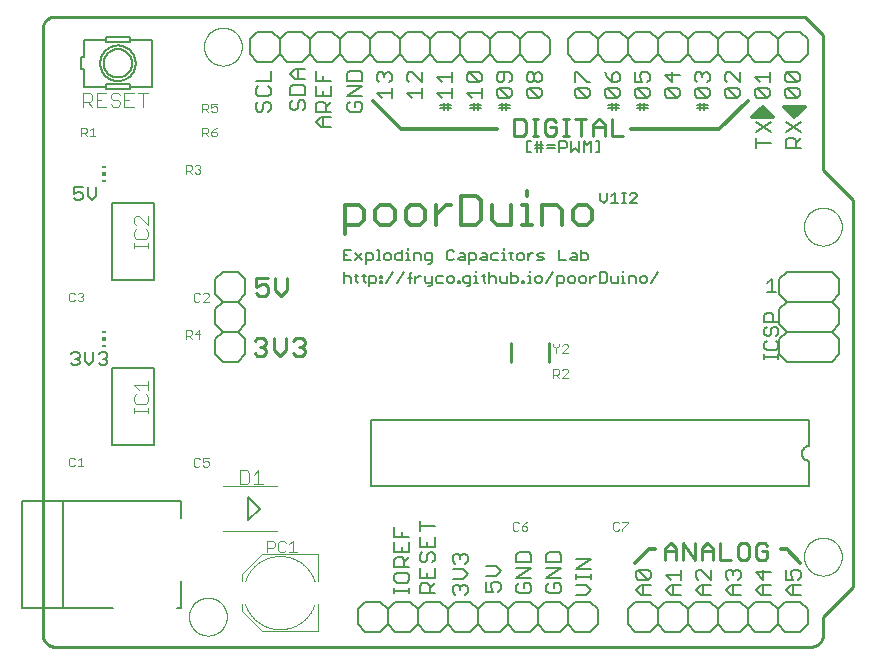
<source format=gto>
G75*
%MOIN*%
%OFA0B0*%
%FSLAX25Y25*%
%IPPOS*%
%LPD*%
%AMOC8*
5,1,8,0,0,1.08239X$1,22.5*
%
%ADD10C,0.01000*%
%ADD11C,0.01200*%
%ADD12C,0.00700*%
%ADD13C,0.01300*%
%ADD14C,0.00600*%
%ADD15C,0.00800*%
%ADD16C,0.00500*%
%ADD17C,0.00000*%
%ADD18C,0.01100*%
%ADD19C,0.00400*%
%ADD20C,0.00300*%
%ADD21R,0.01181X0.00591*%
%ADD22R,0.01181X0.01181*%
%ADD23C,0.00866*%
D10*
X0081798Y0009437D02*
X0081798Y0211563D01*
X0081800Y0211687D01*
X0081806Y0211810D01*
X0081815Y0211934D01*
X0081829Y0212056D01*
X0081846Y0212179D01*
X0081868Y0212301D01*
X0081893Y0212422D01*
X0081922Y0212542D01*
X0081954Y0212661D01*
X0081991Y0212780D01*
X0082031Y0212897D01*
X0082074Y0213012D01*
X0082122Y0213127D01*
X0082173Y0213239D01*
X0082227Y0213350D01*
X0082285Y0213460D01*
X0082346Y0213567D01*
X0082411Y0213673D01*
X0082479Y0213776D01*
X0082550Y0213877D01*
X0082624Y0213976D01*
X0082701Y0214073D01*
X0082782Y0214167D01*
X0082865Y0214258D01*
X0082951Y0214347D01*
X0083040Y0214433D01*
X0083131Y0214516D01*
X0083225Y0214597D01*
X0083322Y0214674D01*
X0083421Y0214748D01*
X0083522Y0214819D01*
X0083625Y0214887D01*
X0083731Y0214952D01*
X0083838Y0215013D01*
X0083948Y0215071D01*
X0084059Y0215125D01*
X0084171Y0215176D01*
X0084286Y0215224D01*
X0084401Y0215267D01*
X0084518Y0215307D01*
X0084637Y0215344D01*
X0084756Y0215376D01*
X0084876Y0215405D01*
X0084997Y0215430D01*
X0085119Y0215452D01*
X0085242Y0215469D01*
X0085364Y0215483D01*
X0085488Y0215492D01*
X0085611Y0215498D01*
X0085735Y0215500D01*
X0335798Y0215500D01*
X0341798Y0209500D01*
X0341798Y0164500D01*
X0351798Y0154500D01*
X0351798Y0025500D01*
X0341798Y0015500D01*
X0341798Y0009437D01*
X0341796Y0009313D01*
X0341790Y0009190D01*
X0341781Y0009066D01*
X0341767Y0008944D01*
X0341750Y0008821D01*
X0341728Y0008699D01*
X0341703Y0008578D01*
X0341674Y0008458D01*
X0341642Y0008339D01*
X0341605Y0008220D01*
X0341565Y0008103D01*
X0341522Y0007988D01*
X0341474Y0007873D01*
X0341423Y0007761D01*
X0341369Y0007650D01*
X0341311Y0007540D01*
X0341250Y0007433D01*
X0341185Y0007327D01*
X0341117Y0007224D01*
X0341046Y0007123D01*
X0340972Y0007024D01*
X0340895Y0006927D01*
X0340814Y0006833D01*
X0340731Y0006742D01*
X0340645Y0006653D01*
X0340556Y0006567D01*
X0340465Y0006484D01*
X0340371Y0006403D01*
X0340274Y0006326D01*
X0340175Y0006252D01*
X0340074Y0006181D01*
X0339971Y0006113D01*
X0339865Y0006048D01*
X0339758Y0005987D01*
X0339648Y0005929D01*
X0339537Y0005875D01*
X0339425Y0005824D01*
X0339310Y0005776D01*
X0339195Y0005733D01*
X0339078Y0005693D01*
X0338959Y0005656D01*
X0338840Y0005624D01*
X0338720Y0005595D01*
X0338599Y0005570D01*
X0338477Y0005548D01*
X0338354Y0005531D01*
X0338232Y0005517D01*
X0338108Y0005508D01*
X0337985Y0005502D01*
X0337861Y0005500D01*
X0085735Y0005500D01*
X0085611Y0005502D01*
X0085488Y0005508D01*
X0085364Y0005517D01*
X0085242Y0005531D01*
X0085119Y0005548D01*
X0084997Y0005570D01*
X0084876Y0005595D01*
X0084756Y0005624D01*
X0084637Y0005656D01*
X0084518Y0005693D01*
X0084401Y0005733D01*
X0084286Y0005776D01*
X0084171Y0005824D01*
X0084059Y0005875D01*
X0083948Y0005929D01*
X0083838Y0005987D01*
X0083731Y0006048D01*
X0083625Y0006113D01*
X0083522Y0006181D01*
X0083421Y0006252D01*
X0083322Y0006326D01*
X0083225Y0006403D01*
X0083131Y0006484D01*
X0083040Y0006567D01*
X0082951Y0006653D01*
X0082865Y0006742D01*
X0082782Y0006833D01*
X0082701Y0006927D01*
X0082624Y0007024D01*
X0082550Y0007123D01*
X0082479Y0007224D01*
X0082411Y0007327D01*
X0082346Y0007433D01*
X0082285Y0007540D01*
X0082227Y0007650D01*
X0082173Y0007761D01*
X0082122Y0007873D01*
X0082074Y0007988D01*
X0082031Y0008103D01*
X0081991Y0008220D01*
X0081954Y0008339D01*
X0081922Y0008458D01*
X0081893Y0008578D01*
X0081868Y0008699D01*
X0081846Y0008821D01*
X0081829Y0008944D01*
X0081815Y0009066D01*
X0081806Y0009190D01*
X0081800Y0009313D01*
X0081798Y0009437D01*
X0289192Y0034541D02*
X0289192Y0038277D01*
X0291060Y0040146D01*
X0292928Y0038277D01*
X0292928Y0034541D01*
X0295269Y0034541D02*
X0295269Y0040146D01*
X0299005Y0034541D01*
X0299005Y0040146D01*
X0301346Y0038277D02*
X0303214Y0040146D01*
X0305082Y0038277D01*
X0305082Y0034541D01*
X0307423Y0034541D02*
X0311160Y0034541D01*
X0313500Y0035475D02*
X0314434Y0034541D01*
X0316303Y0034541D01*
X0317237Y0035475D01*
X0317237Y0039212D01*
X0316303Y0040146D01*
X0314434Y0040146D01*
X0313500Y0039212D01*
X0313500Y0035475D01*
X0307423Y0034541D02*
X0307423Y0040146D01*
X0305082Y0037343D02*
X0301346Y0037343D01*
X0301346Y0038277D02*
X0301346Y0034541D01*
X0292928Y0037343D02*
X0289192Y0037343D01*
X0319577Y0035475D02*
X0320512Y0034541D01*
X0322380Y0034541D01*
X0323314Y0035475D01*
X0323314Y0037343D01*
X0321446Y0037343D01*
X0319577Y0035475D02*
X0319577Y0039212D01*
X0320512Y0040146D01*
X0322380Y0040146D01*
X0323314Y0039212D01*
X0275089Y0175859D02*
X0271353Y0175859D01*
X0271353Y0181464D01*
X0269012Y0179596D02*
X0269012Y0175859D01*
X0269012Y0178661D02*
X0265276Y0178661D01*
X0265276Y0179596D02*
X0267144Y0181464D01*
X0269012Y0179596D01*
X0265276Y0179596D02*
X0265276Y0175859D01*
X0261067Y0175859D02*
X0261067Y0181464D01*
X0259199Y0181464D02*
X0262935Y0181464D01*
X0257015Y0181464D02*
X0255147Y0181464D01*
X0256081Y0181464D02*
X0256081Y0175859D01*
X0255147Y0175859D02*
X0257015Y0175859D01*
X0252806Y0176793D02*
X0252806Y0178661D01*
X0250938Y0178661D01*
X0249070Y0176793D02*
X0250004Y0175859D01*
X0251872Y0175859D01*
X0252806Y0176793D01*
X0249070Y0176793D02*
X0249070Y0180530D01*
X0250004Y0181464D01*
X0251872Y0181464D01*
X0252806Y0180530D01*
X0246887Y0181464D02*
X0245018Y0181464D01*
X0245953Y0181464D02*
X0245953Y0175859D01*
X0246887Y0175859D02*
X0245018Y0175859D01*
X0242678Y0176793D02*
X0242678Y0180530D01*
X0241744Y0181464D01*
X0238941Y0181464D01*
X0238941Y0175859D01*
X0241744Y0175859D01*
X0242678Y0176793D01*
D11*
X0233298Y0178000D02*
X0201298Y0178000D01*
X0191798Y0187500D01*
X0277798Y0178000D02*
X0307298Y0178000D01*
X0316798Y0187500D01*
X0321798Y0185500D02*
X0318298Y0182000D01*
X0325298Y0182000D01*
X0321798Y0185500D01*
X0321798Y0184500D02*
X0323798Y0182500D01*
X0320798Y0182500D01*
X0322298Y0183500D01*
X0321798Y0184500D02*
X0319798Y0182500D01*
X0328798Y0185500D02*
X0332298Y0182000D01*
X0335798Y0185500D01*
X0328798Y0185500D01*
X0330298Y0185000D02*
X0334298Y0185000D01*
X0332298Y0183000D01*
X0330798Y0184500D01*
X0332798Y0184500D01*
X0332298Y0184000D02*
X0332298Y0183500D01*
X0329798Y0038000D02*
X0327798Y0038000D01*
X0329798Y0038000D02*
X0334298Y0033500D01*
X0285798Y0038000D02*
X0283798Y0038000D01*
X0279298Y0033500D01*
D12*
X0280313Y0031081D02*
X0283583Y0027812D01*
X0284400Y0028629D01*
X0284400Y0030264D01*
X0283583Y0031081D01*
X0280313Y0031081D01*
X0279496Y0030264D01*
X0279496Y0028629D01*
X0280313Y0027812D01*
X0283583Y0027812D01*
X0284400Y0025925D02*
X0281131Y0025925D01*
X0279496Y0024290D01*
X0281131Y0022656D01*
X0284400Y0022656D01*
X0281948Y0022656D02*
X0281948Y0025925D01*
X0289496Y0024290D02*
X0291131Y0025925D01*
X0294400Y0025925D01*
X0294400Y0027812D02*
X0294400Y0031081D01*
X0294400Y0029447D02*
X0289496Y0029447D01*
X0291131Y0027812D01*
X0291948Y0025925D02*
X0291948Y0022656D01*
X0291131Y0022656D02*
X0289496Y0024290D01*
X0291131Y0022656D02*
X0294400Y0022656D01*
X0299496Y0024290D02*
X0301131Y0025925D01*
X0304400Y0025925D01*
X0304400Y0027812D02*
X0301131Y0031081D01*
X0300313Y0031081D01*
X0299496Y0030264D01*
X0299496Y0028629D01*
X0300313Y0027812D01*
X0301948Y0025925D02*
X0301948Y0022656D01*
X0301131Y0022656D02*
X0299496Y0024290D01*
X0301131Y0022656D02*
X0304400Y0022656D01*
X0309496Y0024290D02*
X0311131Y0025925D01*
X0314400Y0025925D01*
X0313583Y0027812D02*
X0314400Y0028629D01*
X0314400Y0030264D01*
X0313583Y0031081D01*
X0312765Y0031081D01*
X0311948Y0030264D01*
X0311948Y0029447D01*
X0311948Y0030264D02*
X0311131Y0031081D01*
X0310313Y0031081D01*
X0309496Y0030264D01*
X0309496Y0028629D01*
X0310313Y0027812D01*
X0311948Y0025925D02*
X0311948Y0022656D01*
X0311131Y0022656D02*
X0309496Y0024290D01*
X0311131Y0022656D02*
X0314400Y0022656D01*
X0319496Y0024290D02*
X0321131Y0025925D01*
X0324400Y0025925D01*
X0321948Y0025925D02*
X0321948Y0022656D01*
X0321131Y0022656D02*
X0324400Y0022656D01*
X0321131Y0022656D02*
X0319496Y0024290D01*
X0321948Y0027812D02*
X0321948Y0031081D01*
X0324400Y0030264D02*
X0319496Y0030264D01*
X0321948Y0027812D01*
X0329496Y0027812D02*
X0329496Y0031081D01*
X0331131Y0030264D02*
X0331948Y0031081D01*
X0333583Y0031081D01*
X0334400Y0030264D01*
X0334400Y0028629D01*
X0333583Y0027812D01*
X0331948Y0027812D02*
X0331131Y0029447D01*
X0331131Y0030264D01*
X0331948Y0027812D02*
X0329496Y0027812D01*
X0331131Y0025925D02*
X0334400Y0025925D01*
X0331948Y0025925D02*
X0331948Y0022656D01*
X0331131Y0022656D02*
X0329496Y0024290D01*
X0331131Y0025925D01*
X0331131Y0022656D02*
X0334400Y0022656D01*
X0304400Y0027812D02*
X0304400Y0031081D01*
X0264448Y0031444D02*
X0259544Y0031444D01*
X0264448Y0034713D01*
X0259544Y0034713D01*
X0254500Y0033696D02*
X0254500Y0036148D01*
X0253683Y0036965D01*
X0250413Y0036965D01*
X0249596Y0036148D01*
X0249596Y0033696D01*
X0254500Y0033696D01*
X0254500Y0031809D02*
X0249596Y0031809D01*
X0244500Y0031809D02*
X0239596Y0031809D01*
X0239596Y0033696D02*
X0239596Y0036148D01*
X0240413Y0036965D01*
X0243683Y0036965D01*
X0244500Y0036148D01*
X0244500Y0033696D01*
X0239596Y0033696D01*
X0239596Y0028539D02*
X0244500Y0031809D01*
X0244500Y0028539D02*
X0239596Y0028539D01*
X0240413Y0026653D02*
X0239596Y0025835D01*
X0239596Y0024200D01*
X0240413Y0023383D01*
X0243683Y0023383D01*
X0244500Y0024200D01*
X0244500Y0025835D01*
X0243683Y0026653D01*
X0242048Y0026653D01*
X0242048Y0025018D01*
X0249596Y0025835D02*
X0249596Y0024200D01*
X0250413Y0023383D01*
X0253683Y0023383D01*
X0254500Y0024200D01*
X0254500Y0025835D01*
X0253683Y0026653D01*
X0252048Y0026653D01*
X0252048Y0025018D01*
X0250413Y0026653D02*
X0249596Y0025835D01*
X0249596Y0028539D02*
X0254500Y0031809D01*
X0259544Y0029641D02*
X0259544Y0028006D01*
X0259544Y0028824D02*
X0264448Y0028824D01*
X0264448Y0029641D02*
X0264448Y0028006D01*
X0262813Y0026119D02*
X0259544Y0026119D01*
X0259544Y0022850D02*
X0262813Y0022850D01*
X0264448Y0024485D01*
X0262813Y0026119D01*
X0254500Y0028539D02*
X0249596Y0028539D01*
X0234448Y0030641D02*
X0232813Y0032276D01*
X0229544Y0032276D01*
X0229544Y0029006D02*
X0232813Y0029006D01*
X0234448Y0030641D01*
X0233631Y0027119D02*
X0231996Y0027119D01*
X0231179Y0026302D01*
X0231179Y0025485D01*
X0231996Y0023850D01*
X0229544Y0023850D01*
X0229544Y0027119D01*
X0233631Y0027119D02*
X0234448Y0026302D01*
X0234448Y0024667D01*
X0233631Y0023850D01*
X0233961Y0188537D02*
X0233144Y0189355D01*
X0233144Y0190989D01*
X0233961Y0191807D01*
X0237231Y0188537D01*
X0238048Y0189355D01*
X0238048Y0190989D01*
X0237231Y0191807D01*
X0233961Y0191807D01*
X0233961Y0193694D02*
X0233144Y0194511D01*
X0233144Y0196146D01*
X0233961Y0196963D01*
X0237231Y0196963D01*
X0238048Y0196146D01*
X0238048Y0194511D01*
X0237231Y0193694D01*
X0235596Y0194511D02*
X0235596Y0196963D01*
X0235596Y0194511D02*
X0234779Y0193694D01*
X0233961Y0193694D01*
X0228048Y0194511D02*
X0227231Y0193694D01*
X0223961Y0196963D01*
X0227231Y0196963D01*
X0228048Y0196146D01*
X0228048Y0194511D01*
X0227231Y0193694D02*
X0223961Y0193694D01*
X0223144Y0194511D01*
X0223144Y0196146D01*
X0223961Y0196963D01*
X0218048Y0196963D02*
X0218048Y0193694D01*
X0218048Y0195328D02*
X0213144Y0195328D01*
X0214779Y0193694D01*
X0218048Y0191807D02*
X0218048Y0188537D01*
X0218048Y0190172D02*
X0213144Y0190172D01*
X0214779Y0188537D01*
X0208048Y0188537D02*
X0208048Y0191807D01*
X0208048Y0190172D02*
X0203144Y0190172D01*
X0204779Y0188537D01*
X0198048Y0188537D02*
X0198048Y0191807D01*
X0198048Y0190172D02*
X0193144Y0190172D01*
X0194779Y0188537D01*
X0193961Y0193694D02*
X0193144Y0194511D01*
X0193144Y0196146D01*
X0193961Y0196963D01*
X0194779Y0196963D01*
X0195596Y0196146D01*
X0196413Y0196963D01*
X0197231Y0196963D01*
X0198048Y0196146D01*
X0198048Y0194511D01*
X0197231Y0193694D01*
X0195596Y0195328D02*
X0195596Y0196146D01*
X0203144Y0196146D02*
X0203144Y0194511D01*
X0203961Y0193694D01*
X0203144Y0196146D02*
X0203961Y0196963D01*
X0204779Y0196963D01*
X0208048Y0193694D01*
X0208048Y0196963D01*
X0223144Y0190172D02*
X0224779Y0188537D01*
X0223144Y0190172D02*
X0228048Y0190172D01*
X0228048Y0188537D02*
X0228048Y0191807D01*
X0233961Y0188537D02*
X0237231Y0188537D01*
X0243144Y0189355D02*
X0243144Y0190989D01*
X0243961Y0191807D01*
X0247231Y0188537D01*
X0248048Y0189355D01*
X0248048Y0190989D01*
X0247231Y0191807D01*
X0243961Y0191807D01*
X0243961Y0193694D02*
X0243144Y0194511D01*
X0243144Y0196146D01*
X0243961Y0196963D01*
X0244779Y0196963D01*
X0245596Y0196146D01*
X0245596Y0194511D01*
X0244779Y0193694D01*
X0243961Y0193694D01*
X0245596Y0194511D02*
X0246413Y0193694D01*
X0247231Y0193694D01*
X0248048Y0194511D01*
X0248048Y0196146D01*
X0247231Y0196963D01*
X0246413Y0196963D01*
X0245596Y0196146D01*
X0243144Y0189355D02*
X0243961Y0188537D01*
X0247231Y0188537D01*
X0259144Y0189355D02*
X0259961Y0188537D01*
X0263231Y0188537D01*
X0259961Y0191807D01*
X0263231Y0191807D01*
X0264048Y0190989D01*
X0264048Y0189355D01*
X0263231Y0188537D01*
X0259144Y0189355D02*
X0259144Y0190989D01*
X0259961Y0191807D01*
X0259144Y0193694D02*
X0259144Y0196963D01*
X0259961Y0196963D01*
X0263231Y0193694D01*
X0264048Y0193694D01*
X0269144Y0190989D02*
X0269144Y0189355D01*
X0269961Y0188537D01*
X0273231Y0188537D01*
X0269961Y0191807D01*
X0273231Y0191807D01*
X0274048Y0190989D01*
X0274048Y0189355D01*
X0273231Y0188537D01*
X0269961Y0191807D02*
X0269144Y0190989D01*
X0271596Y0193694D02*
X0271596Y0196146D01*
X0272413Y0196963D01*
X0273231Y0196963D01*
X0274048Y0196146D01*
X0274048Y0194511D01*
X0273231Y0193694D01*
X0271596Y0193694D01*
X0269961Y0195328D01*
X0269144Y0196963D01*
X0279144Y0196963D02*
X0279144Y0193694D01*
X0281596Y0193694D01*
X0280779Y0195328D01*
X0280779Y0196146D01*
X0281596Y0196963D01*
X0283231Y0196963D01*
X0284048Y0196146D01*
X0284048Y0194511D01*
X0283231Y0193694D01*
X0283231Y0191807D02*
X0279961Y0191807D01*
X0283231Y0188537D01*
X0284048Y0189355D01*
X0284048Y0190989D01*
X0283231Y0191807D01*
X0279961Y0191807D02*
X0279144Y0190989D01*
X0279144Y0189355D01*
X0279961Y0188537D01*
X0283231Y0188537D01*
X0289144Y0189355D02*
X0289144Y0190989D01*
X0289961Y0191807D01*
X0293231Y0188537D01*
X0294048Y0189355D01*
X0294048Y0190989D01*
X0293231Y0191807D01*
X0289961Y0191807D01*
X0291596Y0193694D02*
X0291596Y0196963D01*
X0294048Y0196146D02*
X0289144Y0196146D01*
X0291596Y0193694D01*
X0289144Y0189355D02*
X0289961Y0188537D01*
X0293231Y0188537D01*
X0299144Y0189355D02*
X0299144Y0190989D01*
X0299961Y0191807D01*
X0303231Y0188537D01*
X0304048Y0189355D01*
X0304048Y0190989D01*
X0303231Y0191807D01*
X0299961Y0191807D01*
X0299961Y0193694D02*
X0299144Y0194511D01*
X0299144Y0196146D01*
X0299961Y0196963D01*
X0300779Y0196963D01*
X0301596Y0196146D01*
X0302413Y0196963D01*
X0303231Y0196963D01*
X0304048Y0196146D01*
X0304048Y0194511D01*
X0303231Y0193694D01*
X0301596Y0195328D02*
X0301596Y0196146D01*
X0309144Y0196146D02*
X0309144Y0194511D01*
X0309961Y0193694D01*
X0309961Y0191807D02*
X0313231Y0188537D01*
X0314048Y0189355D01*
X0314048Y0190989D01*
X0313231Y0191807D01*
X0309961Y0191807D01*
X0309144Y0190989D01*
X0309144Y0189355D01*
X0309961Y0188537D01*
X0313231Y0188537D01*
X0319144Y0189355D02*
X0319144Y0190989D01*
X0319961Y0191807D01*
X0323231Y0188537D01*
X0324048Y0189355D01*
X0324048Y0190989D01*
X0323231Y0191807D01*
X0319961Y0191807D01*
X0320779Y0193694D02*
X0319144Y0195328D01*
X0324048Y0195328D01*
X0324048Y0193694D02*
X0324048Y0196963D01*
X0329144Y0196146D02*
X0329144Y0194511D01*
X0329961Y0193694D01*
X0333231Y0193694D01*
X0329961Y0196963D01*
X0333231Y0196963D01*
X0334048Y0196146D01*
X0334048Y0194511D01*
X0333231Y0193694D01*
X0333231Y0191807D02*
X0329961Y0191807D01*
X0333231Y0188537D01*
X0334048Y0189355D01*
X0334048Y0190989D01*
X0333231Y0191807D01*
X0329961Y0191807D02*
X0329144Y0190989D01*
X0329144Y0189355D01*
X0329961Y0188537D01*
X0333231Y0188537D01*
X0323231Y0188537D02*
X0319961Y0188537D01*
X0319144Y0189355D01*
X0314048Y0193694D02*
X0310779Y0196963D01*
X0309961Y0196963D01*
X0309144Y0196146D01*
X0314048Y0196963D02*
X0314048Y0193694D01*
X0303231Y0188537D02*
X0299961Y0188537D01*
X0299144Y0189355D01*
X0329144Y0196146D02*
X0329961Y0196963D01*
D13*
X0264885Y0151004D02*
X0263267Y0152622D01*
X0260031Y0152622D01*
X0258413Y0151004D01*
X0258413Y0147768D01*
X0260031Y0146150D01*
X0263267Y0146150D01*
X0264885Y0147768D01*
X0264885Y0151004D01*
X0254756Y0151004D02*
X0254756Y0146150D01*
X0248284Y0146150D02*
X0248284Y0152622D01*
X0253138Y0152622D01*
X0254756Y0151004D01*
X0244768Y0146150D02*
X0241532Y0146150D01*
X0243150Y0146150D02*
X0243150Y0152622D01*
X0241532Y0152622D01*
X0237875Y0152622D02*
X0237875Y0146150D01*
X0233021Y0146150D01*
X0231403Y0147768D01*
X0231403Y0152622D01*
X0227747Y0154240D02*
X0226129Y0155858D01*
X0221274Y0155858D01*
X0221274Y0146150D01*
X0226129Y0146150D01*
X0227747Y0147768D01*
X0227747Y0154240D01*
X0217688Y0152622D02*
X0216070Y0152622D01*
X0212834Y0149386D01*
X0212834Y0146150D02*
X0212834Y0152622D01*
X0209177Y0151004D02*
X0207559Y0152622D01*
X0204323Y0152622D01*
X0202705Y0151004D01*
X0202705Y0147768D01*
X0204323Y0146150D01*
X0207559Y0146150D01*
X0209177Y0147768D01*
X0209177Y0151004D01*
X0199049Y0151004D02*
X0199049Y0147768D01*
X0197431Y0146150D01*
X0194195Y0146150D01*
X0192577Y0147768D01*
X0192577Y0151004D01*
X0194195Y0152622D01*
X0197431Y0152622D01*
X0199049Y0151004D01*
X0188920Y0151004D02*
X0188920Y0147768D01*
X0187302Y0146150D01*
X0182448Y0146150D01*
X0182448Y0142914D02*
X0182448Y0152622D01*
X0187302Y0152622D01*
X0188920Y0151004D01*
X0243150Y0155858D02*
X0243150Y0157476D01*
D14*
X0243098Y0170300D02*
X0243098Y0174103D01*
X0244366Y0174103D01*
X0245799Y0172835D02*
X0247701Y0172835D01*
X0248334Y0172835D01*
X0248334Y0171568D02*
X0245799Y0171568D01*
X0246433Y0170300D02*
X0246433Y0174103D01*
X0247701Y0174103D02*
X0247701Y0170300D01*
X0249850Y0171568D02*
X0252386Y0171568D01*
X0252386Y0172835D02*
X0249850Y0172835D01*
X0253902Y0171568D02*
X0255803Y0171568D01*
X0256437Y0172202D01*
X0256437Y0173469D01*
X0255803Y0174103D01*
X0253902Y0174103D01*
X0253902Y0170300D01*
X0257953Y0170300D02*
X0257953Y0174103D01*
X0260489Y0174103D02*
X0260489Y0170300D01*
X0259221Y0171568D01*
X0257953Y0170300D01*
X0262005Y0170300D02*
X0262005Y0174103D01*
X0263273Y0172835D01*
X0264540Y0174103D01*
X0264540Y0170300D01*
X0266056Y0170300D02*
X0267324Y0170300D01*
X0267324Y0174103D01*
X0266056Y0174103D01*
X0271463Y0184300D02*
X0271463Y0186202D01*
X0271463Y0186835D01*
X0272730Y0186835D02*
X0272730Y0184300D01*
X0273998Y0184934D02*
X0270195Y0184934D01*
X0270195Y0186202D02*
X0273998Y0186202D01*
X0279695Y0186202D02*
X0283498Y0186202D01*
X0283498Y0184934D02*
X0279695Y0184934D01*
X0280963Y0184300D02*
X0280963Y0186202D01*
X0280963Y0186835D01*
X0282230Y0186835D02*
X0282230Y0184300D01*
X0299695Y0184934D02*
X0303498Y0184934D01*
X0303498Y0186202D02*
X0299695Y0186202D01*
X0300963Y0186202D02*
X0300963Y0186835D01*
X0300963Y0186202D02*
X0300963Y0184300D01*
X0302230Y0184300D02*
X0302230Y0186835D01*
X0319476Y0180341D02*
X0324481Y0177004D01*
X0324481Y0180341D02*
X0319476Y0177004D01*
X0319476Y0175184D02*
X0319476Y0171848D01*
X0319476Y0173516D02*
X0324481Y0173516D01*
X0329494Y0174302D02*
X0329494Y0171800D01*
X0334498Y0171800D01*
X0332830Y0171800D02*
X0332830Y0174302D01*
X0331996Y0175136D01*
X0330328Y0175136D01*
X0329494Y0174302D01*
X0329494Y0176956D02*
X0334498Y0180293D01*
X0334498Y0176956D02*
X0329494Y0180293D01*
X0334498Y0175136D02*
X0332830Y0173468D01*
X0334298Y0200500D02*
X0329298Y0200500D01*
X0326798Y0203000D01*
X0324298Y0200500D01*
X0319298Y0200500D01*
X0316798Y0203000D01*
X0316798Y0208000D01*
X0319298Y0210500D01*
X0324298Y0210500D01*
X0326798Y0208000D01*
X0329298Y0210500D01*
X0334298Y0210500D01*
X0336798Y0208000D01*
X0336798Y0203000D01*
X0334298Y0200500D01*
X0326798Y0203000D02*
X0326798Y0208000D01*
X0316798Y0208000D02*
X0314298Y0210500D01*
X0309298Y0210500D01*
X0306798Y0208000D01*
X0304298Y0210500D01*
X0299298Y0210500D01*
X0296798Y0208000D01*
X0294298Y0210500D01*
X0289298Y0210500D01*
X0286798Y0208000D01*
X0286798Y0203000D01*
X0289298Y0200500D01*
X0294298Y0200500D01*
X0296798Y0203000D01*
X0296798Y0208000D01*
X0296798Y0203000D02*
X0299298Y0200500D01*
X0304298Y0200500D01*
X0306798Y0203000D01*
X0306798Y0208000D01*
X0306798Y0203000D02*
X0309298Y0200500D01*
X0314298Y0200500D01*
X0316798Y0203000D01*
X0286798Y0203000D02*
X0284298Y0200500D01*
X0279298Y0200500D01*
X0276798Y0203000D01*
X0274298Y0200500D01*
X0269298Y0200500D01*
X0266798Y0203000D01*
X0264298Y0200500D01*
X0259298Y0200500D01*
X0256798Y0203000D01*
X0256798Y0208000D01*
X0259298Y0210500D01*
X0264298Y0210500D01*
X0266798Y0208000D01*
X0269298Y0210500D01*
X0274298Y0210500D01*
X0276798Y0208000D01*
X0279298Y0210500D01*
X0284298Y0210500D01*
X0286798Y0208000D01*
X0276798Y0208000D02*
X0276798Y0203000D01*
X0266798Y0203000D02*
X0266798Y0208000D01*
X0250798Y0208000D02*
X0250798Y0203000D01*
X0248298Y0200500D01*
X0243298Y0200500D01*
X0240798Y0203000D01*
X0238298Y0200500D01*
X0233298Y0200500D01*
X0230798Y0203000D01*
X0230798Y0208000D01*
X0233298Y0210500D01*
X0238298Y0210500D01*
X0240798Y0208000D01*
X0243298Y0210500D01*
X0248298Y0210500D01*
X0250798Y0208000D01*
X0240798Y0208000D02*
X0240798Y0203000D01*
X0230798Y0203000D02*
X0228298Y0200500D01*
X0223298Y0200500D01*
X0220798Y0203000D01*
X0218298Y0200500D01*
X0213298Y0200500D01*
X0210798Y0203000D01*
X0208298Y0200500D01*
X0203298Y0200500D01*
X0200798Y0203000D01*
X0200798Y0208000D01*
X0203298Y0210500D01*
X0208298Y0210500D01*
X0210798Y0208000D01*
X0213298Y0210500D01*
X0218298Y0210500D01*
X0220798Y0208000D01*
X0223298Y0210500D01*
X0228298Y0210500D01*
X0230798Y0208000D01*
X0220798Y0208000D02*
X0220798Y0203000D01*
X0210798Y0203000D02*
X0210798Y0208000D01*
X0200798Y0208000D02*
X0198298Y0210500D01*
X0193298Y0210500D01*
X0190798Y0208000D01*
X0188298Y0210500D01*
X0183298Y0210500D01*
X0180798Y0208000D01*
X0178298Y0210500D01*
X0173298Y0210500D01*
X0170798Y0208000D01*
X0170798Y0203000D01*
X0173298Y0200500D01*
X0178298Y0200500D01*
X0180798Y0203000D01*
X0180798Y0208000D01*
X0180798Y0203000D02*
X0183298Y0200500D01*
X0188298Y0200500D01*
X0190798Y0203000D01*
X0190798Y0208000D01*
X0190798Y0203000D02*
X0193298Y0200500D01*
X0198298Y0200500D01*
X0200798Y0203000D01*
X0188173Y0196598D02*
X0187339Y0197432D01*
X0184003Y0197432D01*
X0183169Y0196598D01*
X0183169Y0194096D01*
X0188173Y0194096D01*
X0188173Y0196598D01*
X0188173Y0192275D02*
X0183169Y0192275D01*
X0183169Y0188939D02*
X0188173Y0192275D01*
X0188173Y0188939D02*
X0183169Y0188939D01*
X0184003Y0187119D02*
X0183169Y0186285D01*
X0183169Y0184617D01*
X0184003Y0183783D01*
X0187339Y0183783D01*
X0188173Y0184617D01*
X0188173Y0186285D01*
X0187339Y0187119D01*
X0185671Y0187119D01*
X0185671Y0185451D01*
X0177715Y0183883D02*
X0172711Y0183883D01*
X0172711Y0186385D01*
X0173545Y0187219D01*
X0175213Y0187219D01*
X0176047Y0186385D01*
X0176047Y0183883D01*
X0176047Y0185551D02*
X0177715Y0187219D01*
X0177715Y0189039D02*
X0177715Y0192375D01*
X0177715Y0194196D02*
X0172711Y0194196D01*
X0172711Y0197532D01*
X0175213Y0195864D02*
X0175213Y0194196D01*
X0172711Y0192375D02*
X0172711Y0189039D01*
X0177715Y0189039D01*
X0175213Y0189039D02*
X0175213Y0190707D01*
X0169215Y0189539D02*
X0169215Y0192041D01*
X0168381Y0192875D01*
X0165045Y0192875D01*
X0164211Y0192041D01*
X0164211Y0189539D01*
X0169215Y0189539D01*
X0168381Y0187719D02*
X0169215Y0186885D01*
X0169215Y0185217D01*
X0168381Y0184383D01*
X0166713Y0185217D02*
X0166713Y0186885D01*
X0167547Y0187719D01*
X0168381Y0187719D01*
X0166713Y0185217D02*
X0165879Y0184383D01*
X0165045Y0184383D01*
X0164211Y0185217D01*
X0164211Y0186885D01*
X0165045Y0187719D01*
X0157715Y0186385D02*
X0157715Y0184717D01*
X0156881Y0183883D01*
X0155213Y0184717D02*
X0155213Y0186385D01*
X0156047Y0187219D01*
X0156881Y0187219D01*
X0157715Y0186385D01*
X0155213Y0184717D02*
X0154379Y0183883D01*
X0153545Y0183883D01*
X0152711Y0184717D01*
X0152711Y0186385D01*
X0153545Y0187219D01*
X0153545Y0189039D02*
X0156881Y0189039D01*
X0157715Y0189873D01*
X0157715Y0191541D01*
X0156881Y0192375D01*
X0157715Y0194196D02*
X0152711Y0194196D01*
X0153545Y0192375D02*
X0152711Y0191541D01*
X0152711Y0189873D01*
X0153545Y0189039D01*
X0157715Y0194196D02*
X0157715Y0197532D01*
X0158298Y0200500D02*
X0153298Y0200500D01*
X0150798Y0203000D01*
X0150798Y0208000D01*
X0153298Y0210500D01*
X0158298Y0210500D01*
X0160798Y0208000D01*
X0163298Y0210500D01*
X0168298Y0210500D01*
X0170798Y0208000D01*
X0170798Y0203000D02*
X0168298Y0200500D01*
X0163298Y0200500D01*
X0160798Y0203000D01*
X0158298Y0200500D01*
X0160798Y0203000D02*
X0160798Y0208000D01*
X0165879Y0198032D02*
X0169215Y0198032D01*
X0166713Y0198032D02*
X0166713Y0194696D01*
X0165879Y0194696D02*
X0169215Y0194696D01*
X0165879Y0194696D02*
X0164211Y0196364D01*
X0165879Y0198032D01*
X0174379Y0182063D02*
X0177715Y0182063D01*
X0175213Y0182063D02*
X0175213Y0178726D01*
X0174379Y0178726D02*
X0172711Y0180394D01*
X0174379Y0182063D01*
X0174379Y0178726D02*
X0177715Y0178726D01*
X0214195Y0184934D02*
X0217998Y0184934D01*
X0217998Y0186202D02*
X0214195Y0186202D01*
X0215462Y0186202D02*
X0215462Y0186835D01*
X0215462Y0186202D02*
X0215462Y0184300D01*
X0216730Y0184300D02*
X0216730Y0186835D01*
X0224195Y0186202D02*
X0227998Y0186202D01*
X0227998Y0184934D02*
X0224195Y0184934D01*
X0225462Y0184300D02*
X0225462Y0186202D01*
X0225462Y0186835D01*
X0226730Y0186835D02*
X0226730Y0184300D01*
X0233695Y0184934D02*
X0237498Y0184934D01*
X0237498Y0186202D02*
X0233695Y0186202D01*
X0234962Y0186202D02*
X0234962Y0186835D01*
X0234962Y0186202D02*
X0234962Y0184300D01*
X0236230Y0184300D02*
X0236230Y0186835D01*
X0243098Y0170300D02*
X0244366Y0170300D01*
X0327298Y0128000D02*
X0327298Y0123000D01*
X0329798Y0120500D01*
X0344798Y0120500D01*
X0347298Y0118000D01*
X0347298Y0113000D01*
X0344798Y0110500D01*
X0347298Y0108000D01*
X0347298Y0103000D01*
X0344798Y0100500D01*
X0329798Y0100500D01*
X0327298Y0103000D01*
X0327298Y0108000D01*
X0329798Y0110500D01*
X0344798Y0110500D01*
X0329798Y0110500D02*
X0327298Y0113000D01*
X0327298Y0118000D01*
X0329798Y0120500D01*
X0327298Y0128000D02*
X0329798Y0130500D01*
X0344798Y0130500D01*
X0347298Y0128000D01*
X0347298Y0123000D01*
X0344798Y0120500D01*
X0337298Y0081000D02*
X0191298Y0081000D01*
X0191298Y0059000D01*
X0337298Y0059000D01*
X0337298Y0067500D01*
X0337200Y0067502D01*
X0337102Y0067508D01*
X0337004Y0067517D01*
X0336907Y0067531D01*
X0336810Y0067548D01*
X0336714Y0067569D01*
X0336619Y0067594D01*
X0336525Y0067622D01*
X0336433Y0067655D01*
X0336341Y0067690D01*
X0336251Y0067730D01*
X0336163Y0067772D01*
X0336076Y0067819D01*
X0335992Y0067868D01*
X0335909Y0067921D01*
X0335829Y0067977D01*
X0335750Y0068037D01*
X0335674Y0068099D01*
X0335601Y0068164D01*
X0335530Y0068232D01*
X0335462Y0068303D01*
X0335397Y0068376D01*
X0335335Y0068452D01*
X0335275Y0068531D01*
X0335219Y0068611D01*
X0335166Y0068694D01*
X0335117Y0068778D01*
X0335070Y0068865D01*
X0335028Y0068953D01*
X0334988Y0069043D01*
X0334953Y0069135D01*
X0334920Y0069227D01*
X0334892Y0069321D01*
X0334867Y0069416D01*
X0334846Y0069512D01*
X0334829Y0069609D01*
X0334815Y0069706D01*
X0334806Y0069804D01*
X0334800Y0069902D01*
X0334798Y0070000D01*
X0334800Y0070098D01*
X0334806Y0070196D01*
X0334815Y0070294D01*
X0334829Y0070391D01*
X0334846Y0070488D01*
X0334867Y0070584D01*
X0334892Y0070679D01*
X0334920Y0070773D01*
X0334953Y0070865D01*
X0334988Y0070957D01*
X0335028Y0071047D01*
X0335070Y0071135D01*
X0335117Y0071222D01*
X0335166Y0071306D01*
X0335219Y0071389D01*
X0335275Y0071469D01*
X0335335Y0071548D01*
X0335397Y0071624D01*
X0335462Y0071697D01*
X0335530Y0071768D01*
X0335601Y0071836D01*
X0335674Y0071901D01*
X0335750Y0071963D01*
X0335829Y0072023D01*
X0335909Y0072079D01*
X0335992Y0072132D01*
X0336076Y0072181D01*
X0336163Y0072228D01*
X0336251Y0072270D01*
X0336341Y0072310D01*
X0336433Y0072345D01*
X0336525Y0072378D01*
X0336619Y0072406D01*
X0336714Y0072431D01*
X0336810Y0072452D01*
X0336907Y0072469D01*
X0337004Y0072483D01*
X0337102Y0072492D01*
X0337200Y0072498D01*
X0337298Y0072500D01*
X0337298Y0081000D01*
X0334298Y0020500D02*
X0329298Y0020500D01*
X0326798Y0018000D01*
X0326798Y0013000D01*
X0329298Y0010500D01*
X0334298Y0010500D01*
X0336798Y0013000D01*
X0336798Y0018000D01*
X0334298Y0020500D01*
X0326798Y0018000D02*
X0324298Y0020500D01*
X0319298Y0020500D01*
X0316798Y0018000D01*
X0316798Y0013000D01*
X0319298Y0010500D01*
X0324298Y0010500D01*
X0326798Y0013000D01*
X0316798Y0013000D02*
X0314298Y0010500D01*
X0309298Y0010500D01*
X0306798Y0013000D01*
X0304298Y0010500D01*
X0299298Y0010500D01*
X0296798Y0013000D01*
X0294298Y0010500D01*
X0289298Y0010500D01*
X0286798Y0013000D01*
X0284298Y0010500D01*
X0279298Y0010500D01*
X0276798Y0013000D01*
X0276798Y0018000D01*
X0279298Y0020500D01*
X0284298Y0020500D01*
X0286798Y0018000D01*
X0289298Y0020500D01*
X0294298Y0020500D01*
X0296798Y0018000D01*
X0296798Y0013000D01*
X0306798Y0013000D02*
X0306798Y0018000D01*
X0309298Y0020500D01*
X0314298Y0020500D01*
X0316798Y0018000D01*
X0306798Y0018000D02*
X0304298Y0020500D01*
X0299298Y0020500D01*
X0296798Y0018000D01*
X0286798Y0018000D02*
X0286798Y0013000D01*
X0266798Y0013000D02*
X0264298Y0010500D01*
X0259298Y0010500D01*
X0256798Y0013000D01*
X0254298Y0010500D01*
X0249298Y0010500D01*
X0246798Y0013000D01*
X0244298Y0010500D01*
X0239298Y0010500D01*
X0236798Y0013000D01*
X0234298Y0010500D01*
X0229298Y0010500D01*
X0226798Y0013000D01*
X0224298Y0010500D01*
X0219298Y0010500D01*
X0216798Y0013000D01*
X0214298Y0010500D01*
X0209298Y0010500D01*
X0206798Y0013000D01*
X0204298Y0010500D01*
X0199298Y0010500D01*
X0196798Y0013000D01*
X0194298Y0010500D01*
X0189298Y0010500D01*
X0186798Y0013000D01*
X0186798Y0018000D01*
X0189298Y0020500D01*
X0194298Y0020500D01*
X0196798Y0018000D01*
X0199298Y0020500D01*
X0204298Y0020500D01*
X0206798Y0018000D01*
X0206798Y0013000D01*
X0206798Y0018000D02*
X0209298Y0020500D01*
X0214298Y0020500D01*
X0216798Y0018000D01*
X0219298Y0020500D01*
X0224298Y0020500D01*
X0226798Y0018000D01*
X0229298Y0020500D01*
X0234298Y0020500D01*
X0236798Y0018000D01*
X0236798Y0013000D01*
X0246798Y0013000D02*
X0246798Y0018000D01*
X0249298Y0020500D01*
X0254298Y0020500D01*
X0256798Y0018000D01*
X0259298Y0020500D01*
X0264298Y0020500D01*
X0266798Y0018000D01*
X0266798Y0013000D01*
X0256798Y0013000D02*
X0256798Y0018000D01*
X0246798Y0018000D02*
X0244298Y0020500D01*
X0239298Y0020500D01*
X0236798Y0018000D01*
X0226798Y0018000D02*
X0226798Y0013000D01*
X0216798Y0013000D02*
X0216798Y0018000D01*
X0219328Y0022800D02*
X0218494Y0023634D01*
X0218494Y0025302D01*
X0219328Y0026136D01*
X0220162Y0026136D01*
X0220996Y0025302D01*
X0221830Y0026136D01*
X0222664Y0026136D01*
X0223498Y0025302D01*
X0223498Y0023634D01*
X0222664Y0022800D01*
X0220996Y0024468D02*
X0220996Y0025302D01*
X0221830Y0027956D02*
X0218494Y0027956D01*
X0221830Y0027956D02*
X0223498Y0029624D01*
X0221830Y0031293D01*
X0218494Y0031293D01*
X0219328Y0033113D02*
X0218494Y0033947D01*
X0218494Y0035615D01*
X0219328Y0036449D01*
X0220162Y0036449D01*
X0220996Y0035615D01*
X0221830Y0036449D01*
X0222664Y0036449D01*
X0223498Y0035615D01*
X0223498Y0033947D01*
X0222664Y0033113D01*
X0220996Y0034781D02*
X0220996Y0035615D01*
X0212498Y0036115D02*
X0212498Y0034447D01*
X0211664Y0033613D01*
X0209996Y0034447D02*
X0209996Y0036115D01*
X0210830Y0036949D01*
X0211664Y0036949D01*
X0212498Y0036115D01*
X0212498Y0038769D02*
X0212498Y0042105D01*
X0209996Y0040437D02*
X0209996Y0038769D01*
X0208328Y0036949D02*
X0207494Y0036115D01*
X0207494Y0034447D01*
X0208328Y0033613D01*
X0209162Y0033613D01*
X0209996Y0034447D01*
X0212498Y0031793D02*
X0212498Y0028456D01*
X0207494Y0028456D01*
X0207494Y0031793D01*
X0209996Y0030124D02*
X0209996Y0028456D01*
X0209996Y0026636D02*
X0210830Y0025802D01*
X0210830Y0023300D01*
X0212498Y0023300D02*
X0207494Y0023300D01*
X0207494Y0025802D01*
X0208328Y0026636D01*
X0209996Y0026636D01*
X0210830Y0024968D02*
X0212498Y0026636D01*
X0203998Y0027572D02*
X0203998Y0029240D01*
X0203164Y0030074D01*
X0199828Y0030074D01*
X0198994Y0029240D01*
X0198994Y0027572D01*
X0199828Y0026738D01*
X0203164Y0026738D01*
X0203998Y0027572D01*
X0203998Y0024968D02*
X0203998Y0023300D01*
X0203998Y0024134D02*
X0198994Y0024134D01*
X0198994Y0023300D02*
X0198994Y0024968D01*
X0198994Y0031894D02*
X0198994Y0034396D01*
X0199828Y0035230D01*
X0201496Y0035230D01*
X0202330Y0034396D01*
X0202330Y0031894D01*
X0203998Y0031894D02*
X0198994Y0031894D01*
X0202330Y0033562D02*
X0203998Y0035230D01*
X0203998Y0037050D02*
X0198994Y0037050D01*
X0198994Y0040387D01*
X0198994Y0042207D02*
X0198994Y0045543D01*
X0201496Y0043875D02*
X0201496Y0042207D01*
X0203998Y0042207D02*
X0198994Y0042207D01*
X0203998Y0040387D02*
X0203998Y0037050D01*
X0201496Y0037050D02*
X0201496Y0038718D01*
X0207494Y0038769D02*
X0207494Y0042105D01*
X0207494Y0043926D02*
X0207494Y0047262D01*
X0207494Y0045594D02*
X0212498Y0045594D01*
X0212498Y0038769D02*
X0207494Y0038769D01*
X0196798Y0018000D02*
X0196798Y0013000D01*
X0146798Y0100500D02*
X0141798Y0100500D01*
X0139298Y0103000D01*
X0139298Y0108000D01*
X0141798Y0110500D01*
X0139298Y0113000D01*
X0139298Y0118000D01*
X0141798Y0120500D01*
X0139298Y0123000D01*
X0139298Y0128000D01*
X0141798Y0130500D01*
X0146798Y0130500D01*
X0149298Y0128000D01*
X0149298Y0123000D01*
X0146798Y0120500D01*
X0149298Y0118000D01*
X0149298Y0113000D01*
X0146798Y0110500D01*
X0149298Y0108000D01*
X0149298Y0103000D01*
X0146798Y0100500D01*
X0146798Y0110500D02*
X0141798Y0110500D01*
X0141798Y0120500D02*
X0146798Y0120500D01*
D15*
X0118798Y0127598D02*
X0118798Y0153402D01*
X0104798Y0153402D01*
X0104798Y0127598D01*
X0118798Y0127598D01*
X0102508Y0103604D02*
X0101106Y0103604D01*
X0100406Y0102903D01*
X0098604Y0103604D02*
X0098604Y0100801D01*
X0097203Y0099400D01*
X0095802Y0100801D01*
X0095802Y0103604D01*
X0094000Y0102903D02*
X0094000Y0102202D01*
X0093300Y0101502D01*
X0094000Y0100801D01*
X0094000Y0100101D01*
X0093300Y0099400D01*
X0091899Y0099400D01*
X0091198Y0100101D01*
X0092599Y0101502D02*
X0093300Y0101502D01*
X0094000Y0102903D02*
X0093300Y0103604D01*
X0091899Y0103604D01*
X0091198Y0102903D01*
X0100406Y0100101D02*
X0101106Y0099400D01*
X0102508Y0099400D01*
X0103208Y0100101D01*
X0103208Y0100801D01*
X0102508Y0101502D01*
X0101807Y0101502D01*
X0102508Y0101502D02*
X0103208Y0102202D01*
X0103208Y0102903D01*
X0102508Y0103604D01*
X0104798Y0098402D02*
X0118798Y0098402D01*
X0118798Y0072598D01*
X0104798Y0072598D01*
X0104798Y0098402D01*
X0150038Y0055437D02*
X0150038Y0047563D01*
X0154066Y0051500D01*
X0150038Y0055437D01*
X0098203Y0154400D02*
X0099604Y0155801D01*
X0099604Y0158604D01*
X0096802Y0158604D02*
X0096802Y0155801D01*
X0098203Y0154400D01*
X0095000Y0155101D02*
X0095000Y0156502D01*
X0094300Y0157202D01*
X0093599Y0157202D01*
X0092198Y0156502D01*
X0092198Y0158604D01*
X0095000Y0158604D01*
X0095000Y0155101D02*
X0094300Y0154400D01*
X0092899Y0154400D01*
X0092198Y0155101D01*
X0323326Y0126594D02*
X0324727Y0127995D01*
X0324727Y0123791D01*
X0323326Y0123791D02*
X0326128Y0123791D01*
D16*
X0105298Y0018500D02*
X0074698Y0018500D01*
X0074698Y0053900D01*
X0088398Y0053900D01*
X0088398Y0018600D01*
X0126548Y0018500D02*
X0127798Y0018500D01*
X0127798Y0027250D01*
X0127798Y0048500D02*
X0127798Y0053900D01*
X0088398Y0053900D01*
X0190642Y0125582D02*
X0190642Y0129085D01*
X0192393Y0129085D01*
X0192977Y0128501D01*
X0192977Y0127334D01*
X0192393Y0126750D01*
X0190642Y0126750D01*
X0189354Y0126750D02*
X0188770Y0127334D01*
X0188770Y0129669D01*
X0188187Y0129085D02*
X0189354Y0129085D01*
X0186899Y0129085D02*
X0185731Y0129085D01*
X0186315Y0129669D02*
X0186315Y0127334D01*
X0186899Y0126750D01*
X0184383Y0126750D02*
X0184383Y0128501D01*
X0183799Y0129085D01*
X0182632Y0129085D01*
X0182048Y0128501D01*
X0182048Y0126750D02*
X0182048Y0130253D01*
X0182048Y0134250D02*
X0184383Y0134250D01*
X0185731Y0134250D02*
X0188066Y0136585D01*
X0189414Y0136585D02*
X0191166Y0136585D01*
X0191750Y0136001D01*
X0191750Y0134834D01*
X0191166Y0134250D01*
X0189414Y0134250D01*
X0189414Y0133082D02*
X0189414Y0136585D01*
X0188066Y0134250D02*
X0185731Y0136585D01*
X0184383Y0137753D02*
X0182048Y0137753D01*
X0182048Y0134250D01*
X0182048Y0136001D02*
X0183216Y0136001D01*
X0193097Y0134250D02*
X0194265Y0134250D01*
X0193681Y0134250D02*
X0193681Y0137753D01*
X0193097Y0137753D01*
X0195553Y0136001D02*
X0195553Y0134834D01*
X0196137Y0134250D01*
X0197304Y0134250D01*
X0197888Y0134834D01*
X0197888Y0136001D01*
X0197304Y0136585D01*
X0196137Y0136585D01*
X0195553Y0136001D01*
X0199236Y0136001D02*
X0199236Y0134834D01*
X0199820Y0134250D01*
X0201571Y0134250D01*
X0201571Y0137753D01*
X0201571Y0136585D02*
X0199820Y0136585D01*
X0199236Y0136001D01*
X0202919Y0136585D02*
X0203503Y0136585D01*
X0203503Y0134250D01*
X0202919Y0134250D02*
X0204087Y0134250D01*
X0205375Y0134250D02*
X0205375Y0136585D01*
X0207126Y0136585D01*
X0207710Y0136001D01*
X0207710Y0134250D01*
X0209058Y0134834D02*
X0209058Y0136001D01*
X0209642Y0136585D01*
X0211393Y0136585D01*
X0211393Y0133666D01*
X0210809Y0133082D01*
X0210225Y0133082D01*
X0209642Y0134250D02*
X0211393Y0134250D01*
X0209642Y0134250D02*
X0209058Y0134834D01*
X0209058Y0129085D02*
X0209058Y0127334D01*
X0209642Y0126750D01*
X0211393Y0126750D01*
X0211393Y0126166D02*
X0210809Y0125582D01*
X0210225Y0125582D01*
X0211393Y0126166D02*
X0211393Y0129085D01*
X0212741Y0128501D02*
X0212741Y0127334D01*
X0213325Y0126750D01*
X0215076Y0126750D01*
X0216424Y0127334D02*
X0217008Y0126750D01*
X0218175Y0126750D01*
X0218759Y0127334D01*
X0218759Y0128501D01*
X0218175Y0129085D01*
X0217008Y0129085D01*
X0216424Y0128501D01*
X0216424Y0127334D01*
X0215076Y0129085D02*
X0213325Y0129085D01*
X0212741Y0128501D01*
X0207740Y0129085D02*
X0207156Y0129085D01*
X0205988Y0127918D01*
X0205988Y0129085D02*
X0205988Y0126750D01*
X0204117Y0126750D02*
X0204117Y0129669D01*
X0204701Y0130253D01*
X0204701Y0128501D02*
X0203533Y0128501D01*
X0202185Y0130253D02*
X0199850Y0126750D01*
X0196167Y0126750D02*
X0198502Y0130253D01*
X0194909Y0129085D02*
X0194909Y0128501D01*
X0194325Y0128501D01*
X0194325Y0129085D01*
X0194909Y0129085D01*
X0194909Y0127334D02*
X0194909Y0126750D01*
X0194325Y0126750D01*
X0194325Y0127334D01*
X0194909Y0127334D01*
X0203503Y0137753D02*
X0203503Y0138337D01*
X0216424Y0137169D02*
X0216424Y0134834D01*
X0217008Y0134250D01*
X0218175Y0134250D01*
X0218759Y0134834D01*
X0220107Y0134834D02*
X0220691Y0135418D01*
X0222442Y0135418D01*
X0222442Y0136001D02*
X0222442Y0134250D01*
X0220691Y0134250D01*
X0220107Y0134834D01*
X0220691Y0136585D02*
X0221859Y0136585D01*
X0222442Y0136001D01*
X0223790Y0136585D02*
X0225542Y0136585D01*
X0226126Y0136001D01*
X0226126Y0134834D01*
X0225542Y0134250D01*
X0223790Y0134250D01*
X0223790Y0133082D02*
X0223790Y0136585D01*
X0227473Y0134834D02*
X0228057Y0135418D01*
X0229809Y0135418D01*
X0229809Y0136001D02*
X0229809Y0134250D01*
X0228057Y0134250D01*
X0227473Y0134834D01*
X0228057Y0136585D02*
X0229225Y0136585D01*
X0229809Y0136001D01*
X0231157Y0136001D02*
X0231157Y0134834D01*
X0231740Y0134250D01*
X0233492Y0134250D01*
X0234840Y0134250D02*
X0236007Y0134250D01*
X0235424Y0134250D02*
X0235424Y0136585D01*
X0234840Y0136585D01*
X0235424Y0137753D02*
X0235424Y0138337D01*
X0237295Y0136585D02*
X0238463Y0136585D01*
X0237879Y0137169D02*
X0237879Y0134834D01*
X0238463Y0134250D01*
X0239751Y0134834D02*
X0240334Y0134250D01*
X0241502Y0134250D01*
X0242086Y0134834D01*
X0242086Y0136001D01*
X0241502Y0136585D01*
X0240334Y0136585D01*
X0239751Y0136001D01*
X0239751Y0134834D01*
X0243434Y0135418D02*
X0244601Y0136585D01*
X0245185Y0136585D01*
X0246503Y0136001D02*
X0247087Y0136585D01*
X0248838Y0136585D01*
X0248254Y0135418D02*
X0247087Y0135418D01*
X0246503Y0136001D01*
X0246503Y0134250D02*
X0248254Y0134250D01*
X0248838Y0134834D01*
X0248254Y0135418D01*
X0253869Y0134250D02*
X0256205Y0134250D01*
X0257552Y0134834D02*
X0258136Y0135418D01*
X0259888Y0135418D01*
X0259888Y0136001D02*
X0259888Y0134250D01*
X0258136Y0134250D01*
X0257552Y0134834D01*
X0258136Y0136585D02*
X0259304Y0136585D01*
X0259888Y0136001D01*
X0261236Y0136585D02*
X0262987Y0136585D01*
X0263571Y0136001D01*
X0263571Y0134834D01*
X0262987Y0134250D01*
X0261236Y0134250D01*
X0261236Y0137753D01*
X0253869Y0137753D02*
X0253869Y0134250D01*
X0251908Y0130253D02*
X0249572Y0126750D01*
X0248224Y0127334D02*
X0248224Y0128501D01*
X0247641Y0129085D01*
X0246473Y0129085D01*
X0245889Y0128501D01*
X0245889Y0127334D01*
X0246473Y0126750D01*
X0247641Y0126750D01*
X0248224Y0127334D01*
X0244601Y0126750D02*
X0243434Y0126750D01*
X0244018Y0126750D02*
X0244018Y0129085D01*
X0243434Y0129085D01*
X0244018Y0130253D02*
X0244018Y0130837D01*
X0242176Y0127334D02*
X0242176Y0126750D01*
X0241592Y0126750D01*
X0241592Y0127334D01*
X0242176Y0127334D01*
X0240244Y0127334D02*
X0240244Y0128501D01*
X0239660Y0129085D01*
X0237909Y0129085D01*
X0237909Y0130253D02*
X0237909Y0126750D01*
X0239660Y0126750D01*
X0240244Y0127334D01*
X0236561Y0126750D02*
X0236561Y0129085D01*
X0236561Y0126750D02*
X0234810Y0126750D01*
X0234226Y0127334D01*
X0234226Y0129085D01*
X0232878Y0128501D02*
X0232878Y0126750D01*
X0232878Y0128501D02*
X0232294Y0129085D01*
X0231127Y0129085D01*
X0230543Y0128501D01*
X0229255Y0129085D02*
X0228087Y0129085D01*
X0228671Y0129669D02*
X0228671Y0127334D01*
X0229255Y0126750D01*
X0230543Y0126750D02*
X0230543Y0130253D01*
X0226216Y0130253D02*
X0226216Y0130837D01*
X0226216Y0129085D02*
X0226216Y0126750D01*
X0225632Y0126750D02*
X0226800Y0126750D01*
X0226216Y0129085D02*
X0225632Y0129085D01*
X0224284Y0129085D02*
X0222533Y0129085D01*
X0221949Y0128501D01*
X0221949Y0127334D01*
X0222533Y0126750D01*
X0224284Y0126750D01*
X0224284Y0126166D02*
X0224284Y0129085D01*
X0220691Y0127334D02*
X0220691Y0126750D01*
X0220107Y0126750D01*
X0220107Y0127334D01*
X0220691Y0127334D01*
X0223116Y0125582D02*
X0223700Y0125582D01*
X0224284Y0126166D01*
X0231157Y0136001D02*
X0231740Y0136585D01*
X0233492Y0136585D01*
X0243434Y0136585D02*
X0243434Y0134250D01*
X0253255Y0129085D02*
X0255007Y0129085D01*
X0255591Y0128501D01*
X0255591Y0127334D01*
X0255007Y0126750D01*
X0253255Y0126750D01*
X0253255Y0125582D02*
X0253255Y0129085D01*
X0256939Y0128501D02*
X0256939Y0127334D01*
X0257522Y0126750D01*
X0258690Y0126750D01*
X0259274Y0127334D01*
X0259274Y0128501D01*
X0258690Y0129085D01*
X0257522Y0129085D01*
X0256939Y0128501D01*
X0260622Y0128501D02*
X0261206Y0129085D01*
X0262373Y0129085D01*
X0262957Y0128501D01*
X0262957Y0127334D01*
X0262373Y0126750D01*
X0261206Y0126750D01*
X0260622Y0127334D01*
X0260622Y0128501D01*
X0264305Y0127918D02*
X0265473Y0129085D01*
X0266056Y0129085D01*
X0264305Y0129085D02*
X0264305Y0126750D01*
X0267374Y0126750D02*
X0267374Y0130253D01*
X0269126Y0130253D01*
X0269709Y0129669D01*
X0269709Y0127334D01*
X0269126Y0126750D01*
X0267374Y0126750D01*
X0271057Y0127334D02*
X0271057Y0129085D01*
X0271057Y0127334D02*
X0271641Y0126750D01*
X0273393Y0126750D01*
X0273393Y0129085D01*
X0274740Y0129085D02*
X0275324Y0129085D01*
X0275324Y0126750D01*
X0274740Y0126750D02*
X0275908Y0126750D01*
X0277196Y0126750D02*
X0277196Y0129085D01*
X0278947Y0129085D01*
X0279531Y0128501D01*
X0279531Y0126750D01*
X0280879Y0127334D02*
X0281463Y0126750D01*
X0282630Y0126750D01*
X0283214Y0127334D01*
X0283214Y0128501D01*
X0282630Y0129085D01*
X0281463Y0129085D01*
X0280879Y0128501D01*
X0280879Y0127334D01*
X0284562Y0126750D02*
X0286897Y0130253D01*
X0275324Y0130253D02*
X0275324Y0130837D01*
X0275498Y0153250D02*
X0275498Y0156753D01*
X0274914Y0156753D02*
X0276082Y0156753D01*
X0277370Y0156169D02*
X0277954Y0156753D01*
X0279121Y0156753D01*
X0279705Y0156169D01*
X0279705Y0155585D01*
X0277370Y0153250D01*
X0279705Y0153250D01*
X0276082Y0153250D02*
X0274914Y0153250D01*
X0273566Y0153250D02*
X0271231Y0153250D01*
X0272399Y0153250D02*
X0272399Y0156753D01*
X0271231Y0155585D01*
X0269883Y0154418D02*
X0269883Y0156753D01*
X0267548Y0156753D02*
X0267548Y0154418D01*
X0268716Y0153250D01*
X0269883Y0154418D01*
X0218759Y0137169D02*
X0218175Y0137753D01*
X0217008Y0137753D01*
X0216424Y0137169D01*
X0118018Y0192126D02*
X0110735Y0192126D01*
X0110735Y0192913D01*
X0102861Y0192913D01*
X0102861Y0192126D01*
X0095578Y0192126D01*
X0095578Y0198031D01*
X0094593Y0198031D01*
X0094593Y0201969D01*
X0095578Y0201969D01*
X0095578Y0207874D01*
X0102861Y0207874D01*
X0102861Y0207087D01*
X0110735Y0207087D01*
X0110735Y0207874D01*
X0118018Y0207874D01*
X0118018Y0192126D01*
X0110735Y0192126D02*
X0110735Y0191339D01*
X0102861Y0191339D01*
X0102861Y0192126D01*
X0102074Y0200000D02*
X0102076Y0200137D01*
X0102082Y0200275D01*
X0102092Y0200412D01*
X0102106Y0200548D01*
X0102124Y0200685D01*
X0102146Y0200820D01*
X0102172Y0200955D01*
X0102201Y0201089D01*
X0102235Y0201223D01*
X0102272Y0201355D01*
X0102314Y0201486D01*
X0102359Y0201616D01*
X0102408Y0201744D01*
X0102460Y0201871D01*
X0102517Y0201996D01*
X0102576Y0202120D01*
X0102640Y0202242D01*
X0102707Y0202362D01*
X0102777Y0202480D01*
X0102851Y0202596D01*
X0102928Y0202710D01*
X0103009Y0202821D01*
X0103092Y0202930D01*
X0103179Y0203037D01*
X0103269Y0203140D01*
X0103362Y0203242D01*
X0103458Y0203340D01*
X0103556Y0203436D01*
X0103658Y0203529D01*
X0103761Y0203619D01*
X0103868Y0203706D01*
X0103977Y0203789D01*
X0104088Y0203870D01*
X0104202Y0203947D01*
X0104318Y0204021D01*
X0104436Y0204091D01*
X0104556Y0204158D01*
X0104678Y0204222D01*
X0104802Y0204281D01*
X0104927Y0204338D01*
X0105054Y0204390D01*
X0105182Y0204439D01*
X0105312Y0204484D01*
X0105443Y0204526D01*
X0105575Y0204563D01*
X0105709Y0204597D01*
X0105843Y0204626D01*
X0105978Y0204652D01*
X0106113Y0204674D01*
X0106250Y0204692D01*
X0106386Y0204706D01*
X0106523Y0204716D01*
X0106661Y0204722D01*
X0106798Y0204724D01*
X0106935Y0204722D01*
X0107073Y0204716D01*
X0107210Y0204706D01*
X0107346Y0204692D01*
X0107483Y0204674D01*
X0107618Y0204652D01*
X0107753Y0204626D01*
X0107887Y0204597D01*
X0108021Y0204563D01*
X0108153Y0204526D01*
X0108284Y0204484D01*
X0108414Y0204439D01*
X0108542Y0204390D01*
X0108669Y0204338D01*
X0108794Y0204281D01*
X0108918Y0204222D01*
X0109040Y0204158D01*
X0109160Y0204091D01*
X0109278Y0204021D01*
X0109394Y0203947D01*
X0109508Y0203870D01*
X0109619Y0203789D01*
X0109728Y0203706D01*
X0109835Y0203619D01*
X0109938Y0203529D01*
X0110040Y0203436D01*
X0110138Y0203340D01*
X0110234Y0203242D01*
X0110327Y0203140D01*
X0110417Y0203037D01*
X0110504Y0202930D01*
X0110587Y0202821D01*
X0110668Y0202710D01*
X0110745Y0202596D01*
X0110819Y0202480D01*
X0110889Y0202362D01*
X0110956Y0202242D01*
X0111020Y0202120D01*
X0111079Y0201996D01*
X0111136Y0201871D01*
X0111188Y0201744D01*
X0111237Y0201616D01*
X0111282Y0201486D01*
X0111324Y0201355D01*
X0111361Y0201223D01*
X0111395Y0201089D01*
X0111424Y0200955D01*
X0111450Y0200820D01*
X0111472Y0200685D01*
X0111490Y0200548D01*
X0111504Y0200412D01*
X0111514Y0200275D01*
X0111520Y0200137D01*
X0111522Y0200000D01*
X0111520Y0199863D01*
X0111514Y0199725D01*
X0111504Y0199588D01*
X0111490Y0199452D01*
X0111472Y0199315D01*
X0111450Y0199180D01*
X0111424Y0199045D01*
X0111395Y0198911D01*
X0111361Y0198777D01*
X0111324Y0198645D01*
X0111282Y0198514D01*
X0111237Y0198384D01*
X0111188Y0198256D01*
X0111136Y0198129D01*
X0111079Y0198004D01*
X0111020Y0197880D01*
X0110956Y0197758D01*
X0110889Y0197638D01*
X0110819Y0197520D01*
X0110745Y0197404D01*
X0110668Y0197290D01*
X0110587Y0197179D01*
X0110504Y0197070D01*
X0110417Y0196963D01*
X0110327Y0196860D01*
X0110234Y0196758D01*
X0110138Y0196660D01*
X0110040Y0196564D01*
X0109938Y0196471D01*
X0109835Y0196381D01*
X0109728Y0196294D01*
X0109619Y0196211D01*
X0109508Y0196130D01*
X0109394Y0196053D01*
X0109278Y0195979D01*
X0109160Y0195909D01*
X0109040Y0195842D01*
X0108918Y0195778D01*
X0108794Y0195719D01*
X0108669Y0195662D01*
X0108542Y0195610D01*
X0108414Y0195561D01*
X0108284Y0195516D01*
X0108153Y0195474D01*
X0108021Y0195437D01*
X0107887Y0195403D01*
X0107753Y0195374D01*
X0107618Y0195348D01*
X0107483Y0195326D01*
X0107346Y0195308D01*
X0107210Y0195294D01*
X0107073Y0195284D01*
X0106935Y0195278D01*
X0106798Y0195276D01*
X0106661Y0195278D01*
X0106523Y0195284D01*
X0106386Y0195294D01*
X0106250Y0195308D01*
X0106113Y0195326D01*
X0105978Y0195348D01*
X0105843Y0195374D01*
X0105709Y0195403D01*
X0105575Y0195437D01*
X0105443Y0195474D01*
X0105312Y0195516D01*
X0105182Y0195561D01*
X0105054Y0195610D01*
X0104927Y0195662D01*
X0104802Y0195719D01*
X0104678Y0195778D01*
X0104556Y0195842D01*
X0104436Y0195909D01*
X0104318Y0195979D01*
X0104202Y0196053D01*
X0104088Y0196130D01*
X0103977Y0196211D01*
X0103868Y0196294D01*
X0103761Y0196381D01*
X0103658Y0196471D01*
X0103556Y0196564D01*
X0103458Y0196660D01*
X0103362Y0196758D01*
X0103269Y0196860D01*
X0103179Y0196963D01*
X0103092Y0197070D01*
X0103009Y0197179D01*
X0102928Y0197290D01*
X0102851Y0197404D01*
X0102777Y0197520D01*
X0102707Y0197638D01*
X0102640Y0197758D01*
X0102576Y0197880D01*
X0102517Y0198004D01*
X0102460Y0198129D01*
X0102408Y0198256D01*
X0102359Y0198384D01*
X0102314Y0198514D01*
X0102272Y0198645D01*
X0102235Y0198777D01*
X0102201Y0198911D01*
X0102172Y0199045D01*
X0102146Y0199180D01*
X0102124Y0199315D01*
X0102106Y0199452D01*
X0102092Y0199588D01*
X0102082Y0199725D01*
X0102076Y0199863D01*
X0102074Y0200000D01*
X0100892Y0200000D02*
X0100894Y0200153D01*
X0100900Y0200307D01*
X0100910Y0200460D01*
X0100924Y0200612D01*
X0100942Y0200765D01*
X0100964Y0200916D01*
X0100989Y0201067D01*
X0101019Y0201218D01*
X0101053Y0201368D01*
X0101090Y0201516D01*
X0101131Y0201664D01*
X0101176Y0201810D01*
X0101225Y0201956D01*
X0101278Y0202100D01*
X0101334Y0202242D01*
X0101394Y0202383D01*
X0101458Y0202523D01*
X0101525Y0202661D01*
X0101596Y0202797D01*
X0101671Y0202931D01*
X0101748Y0203063D01*
X0101830Y0203193D01*
X0101914Y0203321D01*
X0102002Y0203447D01*
X0102093Y0203570D01*
X0102187Y0203691D01*
X0102285Y0203809D01*
X0102385Y0203925D01*
X0102489Y0204038D01*
X0102595Y0204149D01*
X0102704Y0204257D01*
X0102816Y0204362D01*
X0102930Y0204463D01*
X0103048Y0204562D01*
X0103167Y0204658D01*
X0103289Y0204751D01*
X0103414Y0204840D01*
X0103541Y0204927D01*
X0103670Y0205009D01*
X0103801Y0205089D01*
X0103934Y0205165D01*
X0104069Y0205238D01*
X0104206Y0205307D01*
X0104345Y0205372D01*
X0104485Y0205434D01*
X0104627Y0205492D01*
X0104770Y0205547D01*
X0104915Y0205598D01*
X0105061Y0205645D01*
X0105208Y0205688D01*
X0105356Y0205727D01*
X0105505Y0205763D01*
X0105655Y0205794D01*
X0105806Y0205822D01*
X0105957Y0205846D01*
X0106110Y0205866D01*
X0106262Y0205882D01*
X0106415Y0205894D01*
X0106568Y0205902D01*
X0106721Y0205906D01*
X0106875Y0205906D01*
X0107028Y0205902D01*
X0107181Y0205894D01*
X0107334Y0205882D01*
X0107486Y0205866D01*
X0107639Y0205846D01*
X0107790Y0205822D01*
X0107941Y0205794D01*
X0108091Y0205763D01*
X0108240Y0205727D01*
X0108388Y0205688D01*
X0108535Y0205645D01*
X0108681Y0205598D01*
X0108826Y0205547D01*
X0108969Y0205492D01*
X0109111Y0205434D01*
X0109251Y0205372D01*
X0109390Y0205307D01*
X0109527Y0205238D01*
X0109662Y0205165D01*
X0109795Y0205089D01*
X0109926Y0205009D01*
X0110055Y0204927D01*
X0110182Y0204840D01*
X0110307Y0204751D01*
X0110429Y0204658D01*
X0110548Y0204562D01*
X0110666Y0204463D01*
X0110780Y0204362D01*
X0110892Y0204257D01*
X0111001Y0204149D01*
X0111107Y0204038D01*
X0111211Y0203925D01*
X0111311Y0203809D01*
X0111409Y0203691D01*
X0111503Y0203570D01*
X0111594Y0203447D01*
X0111682Y0203321D01*
X0111766Y0203193D01*
X0111848Y0203063D01*
X0111925Y0202931D01*
X0112000Y0202797D01*
X0112071Y0202661D01*
X0112138Y0202523D01*
X0112202Y0202383D01*
X0112262Y0202242D01*
X0112318Y0202100D01*
X0112371Y0201956D01*
X0112420Y0201810D01*
X0112465Y0201664D01*
X0112506Y0201516D01*
X0112543Y0201368D01*
X0112577Y0201218D01*
X0112607Y0201067D01*
X0112632Y0200916D01*
X0112654Y0200765D01*
X0112672Y0200612D01*
X0112686Y0200460D01*
X0112696Y0200307D01*
X0112702Y0200153D01*
X0112704Y0200000D01*
X0112702Y0199847D01*
X0112696Y0199693D01*
X0112686Y0199540D01*
X0112672Y0199388D01*
X0112654Y0199235D01*
X0112632Y0199084D01*
X0112607Y0198933D01*
X0112577Y0198782D01*
X0112543Y0198632D01*
X0112506Y0198484D01*
X0112465Y0198336D01*
X0112420Y0198190D01*
X0112371Y0198044D01*
X0112318Y0197900D01*
X0112262Y0197758D01*
X0112202Y0197617D01*
X0112138Y0197477D01*
X0112071Y0197339D01*
X0112000Y0197203D01*
X0111925Y0197069D01*
X0111848Y0196937D01*
X0111766Y0196807D01*
X0111682Y0196679D01*
X0111594Y0196553D01*
X0111503Y0196430D01*
X0111409Y0196309D01*
X0111311Y0196191D01*
X0111211Y0196075D01*
X0111107Y0195962D01*
X0111001Y0195851D01*
X0110892Y0195743D01*
X0110780Y0195638D01*
X0110666Y0195537D01*
X0110548Y0195438D01*
X0110429Y0195342D01*
X0110307Y0195249D01*
X0110182Y0195160D01*
X0110055Y0195073D01*
X0109926Y0194991D01*
X0109795Y0194911D01*
X0109662Y0194835D01*
X0109527Y0194762D01*
X0109390Y0194693D01*
X0109251Y0194628D01*
X0109111Y0194566D01*
X0108969Y0194508D01*
X0108826Y0194453D01*
X0108681Y0194402D01*
X0108535Y0194355D01*
X0108388Y0194312D01*
X0108240Y0194273D01*
X0108091Y0194237D01*
X0107941Y0194206D01*
X0107790Y0194178D01*
X0107639Y0194154D01*
X0107486Y0194134D01*
X0107334Y0194118D01*
X0107181Y0194106D01*
X0107028Y0194098D01*
X0106875Y0194094D01*
X0106721Y0194094D01*
X0106568Y0194098D01*
X0106415Y0194106D01*
X0106262Y0194118D01*
X0106110Y0194134D01*
X0105957Y0194154D01*
X0105806Y0194178D01*
X0105655Y0194206D01*
X0105505Y0194237D01*
X0105356Y0194273D01*
X0105208Y0194312D01*
X0105061Y0194355D01*
X0104915Y0194402D01*
X0104770Y0194453D01*
X0104627Y0194508D01*
X0104485Y0194566D01*
X0104345Y0194628D01*
X0104206Y0194693D01*
X0104069Y0194762D01*
X0103934Y0194835D01*
X0103801Y0194911D01*
X0103670Y0194991D01*
X0103541Y0195073D01*
X0103414Y0195160D01*
X0103289Y0195249D01*
X0103167Y0195342D01*
X0103048Y0195438D01*
X0102930Y0195537D01*
X0102816Y0195638D01*
X0102704Y0195743D01*
X0102595Y0195851D01*
X0102489Y0195962D01*
X0102385Y0196075D01*
X0102285Y0196191D01*
X0102187Y0196309D01*
X0102093Y0196430D01*
X0102002Y0196553D01*
X0101914Y0196679D01*
X0101830Y0196807D01*
X0101748Y0196937D01*
X0101671Y0197069D01*
X0101596Y0197203D01*
X0101525Y0197339D01*
X0101458Y0197477D01*
X0101394Y0197617D01*
X0101334Y0197758D01*
X0101278Y0197900D01*
X0101225Y0198044D01*
X0101176Y0198190D01*
X0101131Y0198336D01*
X0101090Y0198484D01*
X0101053Y0198632D01*
X0101019Y0198782D01*
X0100989Y0198933D01*
X0100964Y0199084D01*
X0100942Y0199235D01*
X0100924Y0199388D01*
X0100910Y0199540D01*
X0100900Y0199693D01*
X0100894Y0199847D01*
X0100892Y0200000D01*
X0102861Y0207874D02*
X0102861Y0208661D01*
X0110735Y0208661D01*
X0110735Y0207874D01*
X0322296Y0115925D02*
X0322296Y0113673D01*
X0326800Y0113673D01*
X0325299Y0113673D02*
X0325299Y0115925D01*
X0324548Y0116675D01*
X0323047Y0116675D01*
X0322296Y0115925D01*
X0323047Y0112071D02*
X0322296Y0111321D01*
X0322296Y0109820D01*
X0323047Y0109069D01*
X0323797Y0109069D01*
X0324548Y0109820D01*
X0324548Y0111321D01*
X0325299Y0112071D01*
X0326049Y0112071D01*
X0326800Y0111321D01*
X0326800Y0109820D01*
X0326049Y0109069D01*
X0326049Y0107468D02*
X0326800Y0106717D01*
X0326800Y0105216D01*
X0326049Y0104465D01*
X0323047Y0104465D01*
X0322296Y0105216D01*
X0322296Y0106717D01*
X0323047Y0107468D01*
X0322296Y0102897D02*
X0322296Y0101396D01*
X0322296Y0102146D02*
X0326800Y0102146D01*
X0326800Y0101396D02*
X0326800Y0102897D01*
D17*
X0335499Y0145500D02*
X0335501Y0145658D01*
X0335507Y0145816D01*
X0335517Y0145974D01*
X0335531Y0146132D01*
X0335549Y0146289D01*
X0335570Y0146446D01*
X0335596Y0146602D01*
X0335626Y0146758D01*
X0335659Y0146913D01*
X0335697Y0147066D01*
X0335738Y0147219D01*
X0335783Y0147371D01*
X0335832Y0147522D01*
X0335885Y0147671D01*
X0335941Y0147819D01*
X0336001Y0147965D01*
X0336065Y0148110D01*
X0336133Y0148253D01*
X0336204Y0148395D01*
X0336278Y0148535D01*
X0336356Y0148672D01*
X0336438Y0148808D01*
X0336522Y0148942D01*
X0336611Y0149073D01*
X0336702Y0149202D01*
X0336797Y0149329D01*
X0336894Y0149454D01*
X0336995Y0149576D01*
X0337099Y0149695D01*
X0337206Y0149812D01*
X0337316Y0149926D01*
X0337429Y0150037D01*
X0337544Y0150146D01*
X0337662Y0150251D01*
X0337783Y0150353D01*
X0337906Y0150453D01*
X0338032Y0150549D01*
X0338160Y0150642D01*
X0338290Y0150732D01*
X0338423Y0150818D01*
X0338558Y0150902D01*
X0338694Y0150981D01*
X0338833Y0151058D01*
X0338974Y0151130D01*
X0339116Y0151200D01*
X0339260Y0151265D01*
X0339406Y0151327D01*
X0339553Y0151385D01*
X0339702Y0151440D01*
X0339852Y0151491D01*
X0340003Y0151538D01*
X0340155Y0151581D01*
X0340308Y0151620D01*
X0340463Y0151656D01*
X0340618Y0151687D01*
X0340774Y0151715D01*
X0340930Y0151739D01*
X0341087Y0151759D01*
X0341245Y0151775D01*
X0341402Y0151787D01*
X0341561Y0151795D01*
X0341719Y0151799D01*
X0341877Y0151799D01*
X0342035Y0151795D01*
X0342194Y0151787D01*
X0342351Y0151775D01*
X0342509Y0151759D01*
X0342666Y0151739D01*
X0342822Y0151715D01*
X0342978Y0151687D01*
X0343133Y0151656D01*
X0343288Y0151620D01*
X0343441Y0151581D01*
X0343593Y0151538D01*
X0343744Y0151491D01*
X0343894Y0151440D01*
X0344043Y0151385D01*
X0344190Y0151327D01*
X0344336Y0151265D01*
X0344480Y0151200D01*
X0344622Y0151130D01*
X0344763Y0151058D01*
X0344902Y0150981D01*
X0345038Y0150902D01*
X0345173Y0150818D01*
X0345306Y0150732D01*
X0345436Y0150642D01*
X0345564Y0150549D01*
X0345690Y0150453D01*
X0345813Y0150353D01*
X0345934Y0150251D01*
X0346052Y0150146D01*
X0346167Y0150037D01*
X0346280Y0149926D01*
X0346390Y0149812D01*
X0346497Y0149695D01*
X0346601Y0149576D01*
X0346702Y0149454D01*
X0346799Y0149329D01*
X0346894Y0149202D01*
X0346985Y0149073D01*
X0347074Y0148942D01*
X0347158Y0148808D01*
X0347240Y0148672D01*
X0347318Y0148535D01*
X0347392Y0148395D01*
X0347463Y0148253D01*
X0347531Y0148110D01*
X0347595Y0147965D01*
X0347655Y0147819D01*
X0347711Y0147671D01*
X0347764Y0147522D01*
X0347813Y0147371D01*
X0347858Y0147219D01*
X0347899Y0147066D01*
X0347937Y0146913D01*
X0347970Y0146758D01*
X0348000Y0146602D01*
X0348026Y0146446D01*
X0348047Y0146289D01*
X0348065Y0146132D01*
X0348079Y0145974D01*
X0348089Y0145816D01*
X0348095Y0145658D01*
X0348097Y0145500D01*
X0348095Y0145342D01*
X0348089Y0145184D01*
X0348079Y0145026D01*
X0348065Y0144868D01*
X0348047Y0144711D01*
X0348026Y0144554D01*
X0348000Y0144398D01*
X0347970Y0144242D01*
X0347937Y0144087D01*
X0347899Y0143934D01*
X0347858Y0143781D01*
X0347813Y0143629D01*
X0347764Y0143478D01*
X0347711Y0143329D01*
X0347655Y0143181D01*
X0347595Y0143035D01*
X0347531Y0142890D01*
X0347463Y0142747D01*
X0347392Y0142605D01*
X0347318Y0142465D01*
X0347240Y0142328D01*
X0347158Y0142192D01*
X0347074Y0142058D01*
X0346985Y0141927D01*
X0346894Y0141798D01*
X0346799Y0141671D01*
X0346702Y0141546D01*
X0346601Y0141424D01*
X0346497Y0141305D01*
X0346390Y0141188D01*
X0346280Y0141074D01*
X0346167Y0140963D01*
X0346052Y0140854D01*
X0345934Y0140749D01*
X0345813Y0140647D01*
X0345690Y0140547D01*
X0345564Y0140451D01*
X0345436Y0140358D01*
X0345306Y0140268D01*
X0345173Y0140182D01*
X0345038Y0140098D01*
X0344902Y0140019D01*
X0344763Y0139942D01*
X0344622Y0139870D01*
X0344480Y0139800D01*
X0344336Y0139735D01*
X0344190Y0139673D01*
X0344043Y0139615D01*
X0343894Y0139560D01*
X0343744Y0139509D01*
X0343593Y0139462D01*
X0343441Y0139419D01*
X0343288Y0139380D01*
X0343133Y0139344D01*
X0342978Y0139313D01*
X0342822Y0139285D01*
X0342666Y0139261D01*
X0342509Y0139241D01*
X0342351Y0139225D01*
X0342194Y0139213D01*
X0342035Y0139205D01*
X0341877Y0139201D01*
X0341719Y0139201D01*
X0341561Y0139205D01*
X0341402Y0139213D01*
X0341245Y0139225D01*
X0341087Y0139241D01*
X0340930Y0139261D01*
X0340774Y0139285D01*
X0340618Y0139313D01*
X0340463Y0139344D01*
X0340308Y0139380D01*
X0340155Y0139419D01*
X0340003Y0139462D01*
X0339852Y0139509D01*
X0339702Y0139560D01*
X0339553Y0139615D01*
X0339406Y0139673D01*
X0339260Y0139735D01*
X0339116Y0139800D01*
X0338974Y0139870D01*
X0338833Y0139942D01*
X0338694Y0140019D01*
X0338558Y0140098D01*
X0338423Y0140182D01*
X0338290Y0140268D01*
X0338160Y0140358D01*
X0338032Y0140451D01*
X0337906Y0140547D01*
X0337783Y0140647D01*
X0337662Y0140749D01*
X0337544Y0140854D01*
X0337429Y0140963D01*
X0337316Y0141074D01*
X0337206Y0141188D01*
X0337099Y0141305D01*
X0336995Y0141424D01*
X0336894Y0141546D01*
X0336797Y0141671D01*
X0336702Y0141798D01*
X0336611Y0141927D01*
X0336522Y0142058D01*
X0336438Y0142192D01*
X0336356Y0142328D01*
X0336278Y0142465D01*
X0336204Y0142605D01*
X0336133Y0142747D01*
X0336065Y0142890D01*
X0336001Y0143035D01*
X0335941Y0143181D01*
X0335885Y0143329D01*
X0335832Y0143478D01*
X0335783Y0143629D01*
X0335738Y0143781D01*
X0335697Y0143934D01*
X0335659Y0144087D01*
X0335626Y0144242D01*
X0335596Y0144398D01*
X0335570Y0144554D01*
X0335549Y0144711D01*
X0335531Y0144868D01*
X0335517Y0145026D01*
X0335507Y0145184D01*
X0335501Y0145342D01*
X0335499Y0145500D01*
X0335499Y0035500D02*
X0335501Y0035658D01*
X0335507Y0035816D01*
X0335517Y0035974D01*
X0335531Y0036132D01*
X0335549Y0036289D01*
X0335570Y0036446D01*
X0335596Y0036602D01*
X0335626Y0036758D01*
X0335659Y0036913D01*
X0335697Y0037066D01*
X0335738Y0037219D01*
X0335783Y0037371D01*
X0335832Y0037522D01*
X0335885Y0037671D01*
X0335941Y0037819D01*
X0336001Y0037965D01*
X0336065Y0038110D01*
X0336133Y0038253D01*
X0336204Y0038395D01*
X0336278Y0038535D01*
X0336356Y0038672D01*
X0336438Y0038808D01*
X0336522Y0038942D01*
X0336611Y0039073D01*
X0336702Y0039202D01*
X0336797Y0039329D01*
X0336894Y0039454D01*
X0336995Y0039576D01*
X0337099Y0039695D01*
X0337206Y0039812D01*
X0337316Y0039926D01*
X0337429Y0040037D01*
X0337544Y0040146D01*
X0337662Y0040251D01*
X0337783Y0040353D01*
X0337906Y0040453D01*
X0338032Y0040549D01*
X0338160Y0040642D01*
X0338290Y0040732D01*
X0338423Y0040818D01*
X0338558Y0040902D01*
X0338694Y0040981D01*
X0338833Y0041058D01*
X0338974Y0041130D01*
X0339116Y0041200D01*
X0339260Y0041265D01*
X0339406Y0041327D01*
X0339553Y0041385D01*
X0339702Y0041440D01*
X0339852Y0041491D01*
X0340003Y0041538D01*
X0340155Y0041581D01*
X0340308Y0041620D01*
X0340463Y0041656D01*
X0340618Y0041687D01*
X0340774Y0041715D01*
X0340930Y0041739D01*
X0341087Y0041759D01*
X0341245Y0041775D01*
X0341402Y0041787D01*
X0341561Y0041795D01*
X0341719Y0041799D01*
X0341877Y0041799D01*
X0342035Y0041795D01*
X0342194Y0041787D01*
X0342351Y0041775D01*
X0342509Y0041759D01*
X0342666Y0041739D01*
X0342822Y0041715D01*
X0342978Y0041687D01*
X0343133Y0041656D01*
X0343288Y0041620D01*
X0343441Y0041581D01*
X0343593Y0041538D01*
X0343744Y0041491D01*
X0343894Y0041440D01*
X0344043Y0041385D01*
X0344190Y0041327D01*
X0344336Y0041265D01*
X0344480Y0041200D01*
X0344622Y0041130D01*
X0344763Y0041058D01*
X0344902Y0040981D01*
X0345038Y0040902D01*
X0345173Y0040818D01*
X0345306Y0040732D01*
X0345436Y0040642D01*
X0345564Y0040549D01*
X0345690Y0040453D01*
X0345813Y0040353D01*
X0345934Y0040251D01*
X0346052Y0040146D01*
X0346167Y0040037D01*
X0346280Y0039926D01*
X0346390Y0039812D01*
X0346497Y0039695D01*
X0346601Y0039576D01*
X0346702Y0039454D01*
X0346799Y0039329D01*
X0346894Y0039202D01*
X0346985Y0039073D01*
X0347074Y0038942D01*
X0347158Y0038808D01*
X0347240Y0038672D01*
X0347318Y0038535D01*
X0347392Y0038395D01*
X0347463Y0038253D01*
X0347531Y0038110D01*
X0347595Y0037965D01*
X0347655Y0037819D01*
X0347711Y0037671D01*
X0347764Y0037522D01*
X0347813Y0037371D01*
X0347858Y0037219D01*
X0347899Y0037066D01*
X0347937Y0036913D01*
X0347970Y0036758D01*
X0348000Y0036602D01*
X0348026Y0036446D01*
X0348047Y0036289D01*
X0348065Y0036132D01*
X0348079Y0035974D01*
X0348089Y0035816D01*
X0348095Y0035658D01*
X0348097Y0035500D01*
X0348095Y0035342D01*
X0348089Y0035184D01*
X0348079Y0035026D01*
X0348065Y0034868D01*
X0348047Y0034711D01*
X0348026Y0034554D01*
X0348000Y0034398D01*
X0347970Y0034242D01*
X0347937Y0034087D01*
X0347899Y0033934D01*
X0347858Y0033781D01*
X0347813Y0033629D01*
X0347764Y0033478D01*
X0347711Y0033329D01*
X0347655Y0033181D01*
X0347595Y0033035D01*
X0347531Y0032890D01*
X0347463Y0032747D01*
X0347392Y0032605D01*
X0347318Y0032465D01*
X0347240Y0032328D01*
X0347158Y0032192D01*
X0347074Y0032058D01*
X0346985Y0031927D01*
X0346894Y0031798D01*
X0346799Y0031671D01*
X0346702Y0031546D01*
X0346601Y0031424D01*
X0346497Y0031305D01*
X0346390Y0031188D01*
X0346280Y0031074D01*
X0346167Y0030963D01*
X0346052Y0030854D01*
X0345934Y0030749D01*
X0345813Y0030647D01*
X0345690Y0030547D01*
X0345564Y0030451D01*
X0345436Y0030358D01*
X0345306Y0030268D01*
X0345173Y0030182D01*
X0345038Y0030098D01*
X0344902Y0030019D01*
X0344763Y0029942D01*
X0344622Y0029870D01*
X0344480Y0029800D01*
X0344336Y0029735D01*
X0344190Y0029673D01*
X0344043Y0029615D01*
X0343894Y0029560D01*
X0343744Y0029509D01*
X0343593Y0029462D01*
X0343441Y0029419D01*
X0343288Y0029380D01*
X0343133Y0029344D01*
X0342978Y0029313D01*
X0342822Y0029285D01*
X0342666Y0029261D01*
X0342509Y0029241D01*
X0342351Y0029225D01*
X0342194Y0029213D01*
X0342035Y0029205D01*
X0341877Y0029201D01*
X0341719Y0029201D01*
X0341561Y0029205D01*
X0341402Y0029213D01*
X0341245Y0029225D01*
X0341087Y0029241D01*
X0340930Y0029261D01*
X0340774Y0029285D01*
X0340618Y0029313D01*
X0340463Y0029344D01*
X0340308Y0029380D01*
X0340155Y0029419D01*
X0340003Y0029462D01*
X0339852Y0029509D01*
X0339702Y0029560D01*
X0339553Y0029615D01*
X0339406Y0029673D01*
X0339260Y0029735D01*
X0339116Y0029800D01*
X0338974Y0029870D01*
X0338833Y0029942D01*
X0338694Y0030019D01*
X0338558Y0030098D01*
X0338423Y0030182D01*
X0338290Y0030268D01*
X0338160Y0030358D01*
X0338032Y0030451D01*
X0337906Y0030547D01*
X0337783Y0030647D01*
X0337662Y0030749D01*
X0337544Y0030854D01*
X0337429Y0030963D01*
X0337316Y0031074D01*
X0337206Y0031188D01*
X0337099Y0031305D01*
X0336995Y0031424D01*
X0336894Y0031546D01*
X0336797Y0031671D01*
X0336702Y0031798D01*
X0336611Y0031927D01*
X0336522Y0032058D01*
X0336438Y0032192D01*
X0336356Y0032328D01*
X0336278Y0032465D01*
X0336204Y0032605D01*
X0336133Y0032747D01*
X0336065Y0032890D01*
X0336001Y0033035D01*
X0335941Y0033181D01*
X0335885Y0033329D01*
X0335832Y0033478D01*
X0335783Y0033629D01*
X0335738Y0033781D01*
X0335697Y0033934D01*
X0335659Y0034087D01*
X0335626Y0034242D01*
X0335596Y0034398D01*
X0335570Y0034554D01*
X0335549Y0034711D01*
X0335531Y0034868D01*
X0335517Y0035026D01*
X0335507Y0035184D01*
X0335501Y0035342D01*
X0335499Y0035500D01*
X0130499Y0015500D02*
X0130501Y0015658D01*
X0130507Y0015816D01*
X0130517Y0015974D01*
X0130531Y0016132D01*
X0130549Y0016289D01*
X0130570Y0016446D01*
X0130596Y0016602D01*
X0130626Y0016758D01*
X0130659Y0016913D01*
X0130697Y0017066D01*
X0130738Y0017219D01*
X0130783Y0017371D01*
X0130832Y0017522D01*
X0130885Y0017671D01*
X0130941Y0017819D01*
X0131001Y0017965D01*
X0131065Y0018110D01*
X0131133Y0018253D01*
X0131204Y0018395D01*
X0131278Y0018535D01*
X0131356Y0018672D01*
X0131438Y0018808D01*
X0131522Y0018942D01*
X0131611Y0019073D01*
X0131702Y0019202D01*
X0131797Y0019329D01*
X0131894Y0019454D01*
X0131995Y0019576D01*
X0132099Y0019695D01*
X0132206Y0019812D01*
X0132316Y0019926D01*
X0132429Y0020037D01*
X0132544Y0020146D01*
X0132662Y0020251D01*
X0132783Y0020353D01*
X0132906Y0020453D01*
X0133032Y0020549D01*
X0133160Y0020642D01*
X0133290Y0020732D01*
X0133423Y0020818D01*
X0133558Y0020902D01*
X0133694Y0020981D01*
X0133833Y0021058D01*
X0133974Y0021130D01*
X0134116Y0021200D01*
X0134260Y0021265D01*
X0134406Y0021327D01*
X0134553Y0021385D01*
X0134702Y0021440D01*
X0134852Y0021491D01*
X0135003Y0021538D01*
X0135155Y0021581D01*
X0135308Y0021620D01*
X0135463Y0021656D01*
X0135618Y0021687D01*
X0135774Y0021715D01*
X0135930Y0021739D01*
X0136087Y0021759D01*
X0136245Y0021775D01*
X0136402Y0021787D01*
X0136561Y0021795D01*
X0136719Y0021799D01*
X0136877Y0021799D01*
X0137035Y0021795D01*
X0137194Y0021787D01*
X0137351Y0021775D01*
X0137509Y0021759D01*
X0137666Y0021739D01*
X0137822Y0021715D01*
X0137978Y0021687D01*
X0138133Y0021656D01*
X0138288Y0021620D01*
X0138441Y0021581D01*
X0138593Y0021538D01*
X0138744Y0021491D01*
X0138894Y0021440D01*
X0139043Y0021385D01*
X0139190Y0021327D01*
X0139336Y0021265D01*
X0139480Y0021200D01*
X0139622Y0021130D01*
X0139763Y0021058D01*
X0139902Y0020981D01*
X0140038Y0020902D01*
X0140173Y0020818D01*
X0140306Y0020732D01*
X0140436Y0020642D01*
X0140564Y0020549D01*
X0140690Y0020453D01*
X0140813Y0020353D01*
X0140934Y0020251D01*
X0141052Y0020146D01*
X0141167Y0020037D01*
X0141280Y0019926D01*
X0141390Y0019812D01*
X0141497Y0019695D01*
X0141601Y0019576D01*
X0141702Y0019454D01*
X0141799Y0019329D01*
X0141894Y0019202D01*
X0141985Y0019073D01*
X0142074Y0018942D01*
X0142158Y0018808D01*
X0142240Y0018672D01*
X0142318Y0018535D01*
X0142392Y0018395D01*
X0142463Y0018253D01*
X0142531Y0018110D01*
X0142595Y0017965D01*
X0142655Y0017819D01*
X0142711Y0017671D01*
X0142764Y0017522D01*
X0142813Y0017371D01*
X0142858Y0017219D01*
X0142899Y0017066D01*
X0142937Y0016913D01*
X0142970Y0016758D01*
X0143000Y0016602D01*
X0143026Y0016446D01*
X0143047Y0016289D01*
X0143065Y0016132D01*
X0143079Y0015974D01*
X0143089Y0015816D01*
X0143095Y0015658D01*
X0143097Y0015500D01*
X0143095Y0015342D01*
X0143089Y0015184D01*
X0143079Y0015026D01*
X0143065Y0014868D01*
X0143047Y0014711D01*
X0143026Y0014554D01*
X0143000Y0014398D01*
X0142970Y0014242D01*
X0142937Y0014087D01*
X0142899Y0013934D01*
X0142858Y0013781D01*
X0142813Y0013629D01*
X0142764Y0013478D01*
X0142711Y0013329D01*
X0142655Y0013181D01*
X0142595Y0013035D01*
X0142531Y0012890D01*
X0142463Y0012747D01*
X0142392Y0012605D01*
X0142318Y0012465D01*
X0142240Y0012328D01*
X0142158Y0012192D01*
X0142074Y0012058D01*
X0141985Y0011927D01*
X0141894Y0011798D01*
X0141799Y0011671D01*
X0141702Y0011546D01*
X0141601Y0011424D01*
X0141497Y0011305D01*
X0141390Y0011188D01*
X0141280Y0011074D01*
X0141167Y0010963D01*
X0141052Y0010854D01*
X0140934Y0010749D01*
X0140813Y0010647D01*
X0140690Y0010547D01*
X0140564Y0010451D01*
X0140436Y0010358D01*
X0140306Y0010268D01*
X0140173Y0010182D01*
X0140038Y0010098D01*
X0139902Y0010019D01*
X0139763Y0009942D01*
X0139622Y0009870D01*
X0139480Y0009800D01*
X0139336Y0009735D01*
X0139190Y0009673D01*
X0139043Y0009615D01*
X0138894Y0009560D01*
X0138744Y0009509D01*
X0138593Y0009462D01*
X0138441Y0009419D01*
X0138288Y0009380D01*
X0138133Y0009344D01*
X0137978Y0009313D01*
X0137822Y0009285D01*
X0137666Y0009261D01*
X0137509Y0009241D01*
X0137351Y0009225D01*
X0137194Y0009213D01*
X0137035Y0009205D01*
X0136877Y0009201D01*
X0136719Y0009201D01*
X0136561Y0009205D01*
X0136402Y0009213D01*
X0136245Y0009225D01*
X0136087Y0009241D01*
X0135930Y0009261D01*
X0135774Y0009285D01*
X0135618Y0009313D01*
X0135463Y0009344D01*
X0135308Y0009380D01*
X0135155Y0009419D01*
X0135003Y0009462D01*
X0134852Y0009509D01*
X0134702Y0009560D01*
X0134553Y0009615D01*
X0134406Y0009673D01*
X0134260Y0009735D01*
X0134116Y0009800D01*
X0133974Y0009870D01*
X0133833Y0009942D01*
X0133694Y0010019D01*
X0133558Y0010098D01*
X0133423Y0010182D01*
X0133290Y0010268D01*
X0133160Y0010358D01*
X0133032Y0010451D01*
X0132906Y0010547D01*
X0132783Y0010647D01*
X0132662Y0010749D01*
X0132544Y0010854D01*
X0132429Y0010963D01*
X0132316Y0011074D01*
X0132206Y0011188D01*
X0132099Y0011305D01*
X0131995Y0011424D01*
X0131894Y0011546D01*
X0131797Y0011671D01*
X0131702Y0011798D01*
X0131611Y0011927D01*
X0131522Y0012058D01*
X0131438Y0012192D01*
X0131356Y0012328D01*
X0131278Y0012465D01*
X0131204Y0012605D01*
X0131133Y0012747D01*
X0131065Y0012890D01*
X0131001Y0013035D01*
X0130941Y0013181D01*
X0130885Y0013329D01*
X0130832Y0013478D01*
X0130783Y0013629D01*
X0130738Y0013781D01*
X0130697Y0013934D01*
X0130659Y0014087D01*
X0130626Y0014242D01*
X0130596Y0014398D01*
X0130570Y0014554D01*
X0130549Y0014711D01*
X0130531Y0014868D01*
X0130517Y0015026D01*
X0130507Y0015184D01*
X0130501Y0015342D01*
X0130499Y0015500D01*
X0135499Y0205500D02*
X0135501Y0205658D01*
X0135507Y0205816D01*
X0135517Y0205974D01*
X0135531Y0206132D01*
X0135549Y0206289D01*
X0135570Y0206446D01*
X0135596Y0206602D01*
X0135626Y0206758D01*
X0135659Y0206913D01*
X0135697Y0207066D01*
X0135738Y0207219D01*
X0135783Y0207371D01*
X0135832Y0207522D01*
X0135885Y0207671D01*
X0135941Y0207819D01*
X0136001Y0207965D01*
X0136065Y0208110D01*
X0136133Y0208253D01*
X0136204Y0208395D01*
X0136278Y0208535D01*
X0136356Y0208672D01*
X0136438Y0208808D01*
X0136522Y0208942D01*
X0136611Y0209073D01*
X0136702Y0209202D01*
X0136797Y0209329D01*
X0136894Y0209454D01*
X0136995Y0209576D01*
X0137099Y0209695D01*
X0137206Y0209812D01*
X0137316Y0209926D01*
X0137429Y0210037D01*
X0137544Y0210146D01*
X0137662Y0210251D01*
X0137783Y0210353D01*
X0137906Y0210453D01*
X0138032Y0210549D01*
X0138160Y0210642D01*
X0138290Y0210732D01*
X0138423Y0210818D01*
X0138558Y0210902D01*
X0138694Y0210981D01*
X0138833Y0211058D01*
X0138974Y0211130D01*
X0139116Y0211200D01*
X0139260Y0211265D01*
X0139406Y0211327D01*
X0139553Y0211385D01*
X0139702Y0211440D01*
X0139852Y0211491D01*
X0140003Y0211538D01*
X0140155Y0211581D01*
X0140308Y0211620D01*
X0140463Y0211656D01*
X0140618Y0211687D01*
X0140774Y0211715D01*
X0140930Y0211739D01*
X0141087Y0211759D01*
X0141245Y0211775D01*
X0141402Y0211787D01*
X0141561Y0211795D01*
X0141719Y0211799D01*
X0141877Y0211799D01*
X0142035Y0211795D01*
X0142194Y0211787D01*
X0142351Y0211775D01*
X0142509Y0211759D01*
X0142666Y0211739D01*
X0142822Y0211715D01*
X0142978Y0211687D01*
X0143133Y0211656D01*
X0143288Y0211620D01*
X0143441Y0211581D01*
X0143593Y0211538D01*
X0143744Y0211491D01*
X0143894Y0211440D01*
X0144043Y0211385D01*
X0144190Y0211327D01*
X0144336Y0211265D01*
X0144480Y0211200D01*
X0144622Y0211130D01*
X0144763Y0211058D01*
X0144902Y0210981D01*
X0145038Y0210902D01*
X0145173Y0210818D01*
X0145306Y0210732D01*
X0145436Y0210642D01*
X0145564Y0210549D01*
X0145690Y0210453D01*
X0145813Y0210353D01*
X0145934Y0210251D01*
X0146052Y0210146D01*
X0146167Y0210037D01*
X0146280Y0209926D01*
X0146390Y0209812D01*
X0146497Y0209695D01*
X0146601Y0209576D01*
X0146702Y0209454D01*
X0146799Y0209329D01*
X0146894Y0209202D01*
X0146985Y0209073D01*
X0147074Y0208942D01*
X0147158Y0208808D01*
X0147240Y0208672D01*
X0147318Y0208535D01*
X0147392Y0208395D01*
X0147463Y0208253D01*
X0147531Y0208110D01*
X0147595Y0207965D01*
X0147655Y0207819D01*
X0147711Y0207671D01*
X0147764Y0207522D01*
X0147813Y0207371D01*
X0147858Y0207219D01*
X0147899Y0207066D01*
X0147937Y0206913D01*
X0147970Y0206758D01*
X0148000Y0206602D01*
X0148026Y0206446D01*
X0148047Y0206289D01*
X0148065Y0206132D01*
X0148079Y0205974D01*
X0148089Y0205816D01*
X0148095Y0205658D01*
X0148097Y0205500D01*
X0148095Y0205342D01*
X0148089Y0205184D01*
X0148079Y0205026D01*
X0148065Y0204868D01*
X0148047Y0204711D01*
X0148026Y0204554D01*
X0148000Y0204398D01*
X0147970Y0204242D01*
X0147937Y0204087D01*
X0147899Y0203934D01*
X0147858Y0203781D01*
X0147813Y0203629D01*
X0147764Y0203478D01*
X0147711Y0203329D01*
X0147655Y0203181D01*
X0147595Y0203035D01*
X0147531Y0202890D01*
X0147463Y0202747D01*
X0147392Y0202605D01*
X0147318Y0202465D01*
X0147240Y0202328D01*
X0147158Y0202192D01*
X0147074Y0202058D01*
X0146985Y0201927D01*
X0146894Y0201798D01*
X0146799Y0201671D01*
X0146702Y0201546D01*
X0146601Y0201424D01*
X0146497Y0201305D01*
X0146390Y0201188D01*
X0146280Y0201074D01*
X0146167Y0200963D01*
X0146052Y0200854D01*
X0145934Y0200749D01*
X0145813Y0200647D01*
X0145690Y0200547D01*
X0145564Y0200451D01*
X0145436Y0200358D01*
X0145306Y0200268D01*
X0145173Y0200182D01*
X0145038Y0200098D01*
X0144902Y0200019D01*
X0144763Y0199942D01*
X0144622Y0199870D01*
X0144480Y0199800D01*
X0144336Y0199735D01*
X0144190Y0199673D01*
X0144043Y0199615D01*
X0143894Y0199560D01*
X0143744Y0199509D01*
X0143593Y0199462D01*
X0143441Y0199419D01*
X0143288Y0199380D01*
X0143133Y0199344D01*
X0142978Y0199313D01*
X0142822Y0199285D01*
X0142666Y0199261D01*
X0142509Y0199241D01*
X0142351Y0199225D01*
X0142194Y0199213D01*
X0142035Y0199205D01*
X0141877Y0199201D01*
X0141719Y0199201D01*
X0141561Y0199205D01*
X0141402Y0199213D01*
X0141245Y0199225D01*
X0141087Y0199241D01*
X0140930Y0199261D01*
X0140774Y0199285D01*
X0140618Y0199313D01*
X0140463Y0199344D01*
X0140308Y0199380D01*
X0140155Y0199419D01*
X0140003Y0199462D01*
X0139852Y0199509D01*
X0139702Y0199560D01*
X0139553Y0199615D01*
X0139406Y0199673D01*
X0139260Y0199735D01*
X0139116Y0199800D01*
X0138974Y0199870D01*
X0138833Y0199942D01*
X0138694Y0200019D01*
X0138558Y0200098D01*
X0138423Y0200182D01*
X0138290Y0200268D01*
X0138160Y0200358D01*
X0138032Y0200451D01*
X0137906Y0200547D01*
X0137783Y0200647D01*
X0137662Y0200749D01*
X0137544Y0200854D01*
X0137429Y0200963D01*
X0137316Y0201074D01*
X0137206Y0201188D01*
X0137099Y0201305D01*
X0136995Y0201424D01*
X0136894Y0201546D01*
X0136797Y0201671D01*
X0136702Y0201798D01*
X0136611Y0201927D01*
X0136522Y0202058D01*
X0136438Y0202192D01*
X0136356Y0202328D01*
X0136278Y0202465D01*
X0136204Y0202605D01*
X0136133Y0202747D01*
X0136065Y0202890D01*
X0136001Y0203035D01*
X0135941Y0203181D01*
X0135885Y0203329D01*
X0135832Y0203478D01*
X0135783Y0203629D01*
X0135738Y0203781D01*
X0135697Y0203934D01*
X0135659Y0204087D01*
X0135626Y0204242D01*
X0135596Y0204398D01*
X0135570Y0204554D01*
X0135549Y0204711D01*
X0135531Y0204868D01*
X0135517Y0205026D01*
X0135507Y0205184D01*
X0135501Y0205342D01*
X0135499Y0205500D01*
D18*
X0152848Y0128455D02*
X0152848Y0125503D01*
X0154816Y0126487D01*
X0155801Y0126487D01*
X0156785Y0125503D01*
X0156785Y0123534D01*
X0155801Y0122550D01*
X0153832Y0122550D01*
X0152848Y0123534D01*
X0152848Y0128455D02*
X0156785Y0128455D01*
X0159293Y0128455D02*
X0159293Y0124518D01*
X0161262Y0122550D01*
X0163230Y0124518D01*
X0163230Y0128455D01*
X0162730Y0108455D02*
X0162730Y0104518D01*
X0160762Y0102550D01*
X0158793Y0104518D01*
X0158793Y0108455D01*
X0156285Y0107471D02*
X0156285Y0106487D01*
X0155301Y0105503D01*
X0156285Y0104518D01*
X0156285Y0103534D01*
X0155301Y0102550D01*
X0153332Y0102550D01*
X0152348Y0103534D01*
X0154316Y0105503D02*
X0155301Y0105503D01*
X0156285Y0107471D02*
X0155301Y0108455D01*
X0153332Y0108455D01*
X0152348Y0107471D01*
X0165239Y0107471D02*
X0166223Y0108455D01*
X0168192Y0108455D01*
X0169176Y0107471D01*
X0169176Y0106487D01*
X0168192Y0105503D01*
X0169176Y0104518D01*
X0169176Y0103534D01*
X0168192Y0102550D01*
X0166223Y0102550D01*
X0165239Y0103534D01*
X0167207Y0105503D02*
X0168192Y0105503D01*
D19*
X0116798Y0094165D02*
X0116798Y0091096D01*
X0116798Y0092631D02*
X0112194Y0092631D01*
X0113729Y0091096D01*
X0112961Y0089561D02*
X0112194Y0088794D01*
X0112194Y0087259D01*
X0112961Y0086492D01*
X0116031Y0086492D01*
X0116798Y0087259D01*
X0116798Y0088794D01*
X0116031Y0089561D01*
X0116798Y0084957D02*
X0116798Y0083423D01*
X0116798Y0084190D02*
X0112194Y0084190D01*
X0112194Y0083423D02*
X0112194Y0084957D01*
X0147498Y0064304D02*
X0149800Y0064304D01*
X0150567Y0063537D01*
X0150567Y0060467D01*
X0149800Y0059700D01*
X0147498Y0059700D01*
X0147498Y0064304D01*
X0152102Y0062769D02*
X0153637Y0064304D01*
X0153637Y0059700D01*
X0155171Y0059700D02*
X0152102Y0059700D01*
X0159698Y0059000D02*
X0141898Y0059000D01*
X0141898Y0044000D02*
X0159698Y0044000D01*
X0154696Y0036295D02*
X0173593Y0036295D01*
X0173593Y0027240D01*
X0173593Y0019760D02*
X0173593Y0010705D01*
X0154696Y0010705D01*
X0148003Y0017398D01*
X0148003Y0019760D01*
X0148003Y0027240D02*
X0148003Y0029602D01*
X0154696Y0036295D01*
X0149183Y0019760D02*
X0149278Y0019477D01*
X0149380Y0019196D01*
X0149489Y0018919D01*
X0149604Y0018643D01*
X0149726Y0018371D01*
X0149855Y0018102D01*
X0149990Y0017836D01*
X0150132Y0017574D01*
X0150280Y0017315D01*
X0150434Y0017059D01*
X0150595Y0016808D01*
X0150762Y0016560D01*
X0150934Y0016317D01*
X0151113Y0016078D01*
X0151297Y0015843D01*
X0151487Y0015613D01*
X0151683Y0015388D01*
X0151884Y0015168D01*
X0152090Y0014952D01*
X0152302Y0014742D01*
X0152518Y0014537D01*
X0152740Y0014337D01*
X0152967Y0014143D01*
X0153198Y0013954D01*
X0153433Y0013771D01*
X0153673Y0013594D01*
X0153918Y0013423D01*
X0154166Y0013258D01*
X0154419Y0013099D01*
X0154675Y0012946D01*
X0154935Y0012799D01*
X0155198Y0012659D01*
X0155465Y0012525D01*
X0155735Y0012398D01*
X0156008Y0012278D01*
X0156283Y0012164D01*
X0156562Y0012057D01*
X0156843Y0011957D01*
X0157126Y0011864D01*
X0157412Y0011777D01*
X0157700Y0011698D01*
X0157989Y0011626D01*
X0158280Y0011561D01*
X0158573Y0011503D01*
X0158867Y0011452D01*
X0159162Y0011408D01*
X0159458Y0011372D01*
X0159755Y0011343D01*
X0160053Y0011321D01*
X0160351Y0011306D01*
X0160649Y0011299D01*
X0160947Y0011299D01*
X0161245Y0011306D01*
X0161543Y0011321D01*
X0161841Y0011343D01*
X0162138Y0011372D01*
X0162434Y0011408D01*
X0162729Y0011452D01*
X0163023Y0011503D01*
X0163316Y0011561D01*
X0163607Y0011626D01*
X0163896Y0011698D01*
X0164184Y0011777D01*
X0164470Y0011864D01*
X0164753Y0011957D01*
X0165034Y0012057D01*
X0165313Y0012164D01*
X0165588Y0012278D01*
X0165861Y0012398D01*
X0166131Y0012525D01*
X0166398Y0012659D01*
X0166661Y0012799D01*
X0166921Y0012946D01*
X0167177Y0013099D01*
X0167430Y0013258D01*
X0167678Y0013423D01*
X0167923Y0013594D01*
X0168163Y0013771D01*
X0168398Y0013954D01*
X0168629Y0014143D01*
X0168856Y0014337D01*
X0169078Y0014537D01*
X0169294Y0014742D01*
X0169506Y0014952D01*
X0169712Y0015168D01*
X0169913Y0015388D01*
X0170109Y0015613D01*
X0170299Y0015843D01*
X0170483Y0016078D01*
X0170662Y0016317D01*
X0170834Y0016560D01*
X0171001Y0016808D01*
X0171162Y0017059D01*
X0171316Y0017315D01*
X0171464Y0017574D01*
X0171606Y0017836D01*
X0171741Y0018102D01*
X0171870Y0018371D01*
X0171992Y0018643D01*
X0172107Y0018919D01*
X0172216Y0019196D01*
X0172318Y0019477D01*
X0172413Y0019760D01*
X0172413Y0027240D02*
X0172318Y0027523D01*
X0172216Y0027804D01*
X0172107Y0028081D01*
X0171992Y0028357D01*
X0171870Y0028629D01*
X0171741Y0028898D01*
X0171606Y0029164D01*
X0171464Y0029426D01*
X0171316Y0029685D01*
X0171162Y0029941D01*
X0171001Y0030192D01*
X0170834Y0030440D01*
X0170662Y0030683D01*
X0170483Y0030922D01*
X0170299Y0031157D01*
X0170109Y0031387D01*
X0169913Y0031612D01*
X0169712Y0031832D01*
X0169506Y0032048D01*
X0169294Y0032258D01*
X0169078Y0032463D01*
X0168856Y0032663D01*
X0168629Y0032857D01*
X0168398Y0033046D01*
X0168163Y0033229D01*
X0167923Y0033406D01*
X0167678Y0033577D01*
X0167430Y0033742D01*
X0167177Y0033901D01*
X0166921Y0034054D01*
X0166661Y0034201D01*
X0166398Y0034341D01*
X0166131Y0034475D01*
X0165861Y0034602D01*
X0165588Y0034722D01*
X0165313Y0034836D01*
X0165034Y0034943D01*
X0164753Y0035043D01*
X0164470Y0035136D01*
X0164184Y0035223D01*
X0163896Y0035302D01*
X0163607Y0035374D01*
X0163316Y0035439D01*
X0163023Y0035497D01*
X0162729Y0035548D01*
X0162434Y0035592D01*
X0162138Y0035628D01*
X0161841Y0035657D01*
X0161543Y0035679D01*
X0161245Y0035694D01*
X0160947Y0035701D01*
X0160649Y0035701D01*
X0160351Y0035694D01*
X0160053Y0035679D01*
X0159755Y0035657D01*
X0159458Y0035628D01*
X0159162Y0035592D01*
X0158867Y0035548D01*
X0158573Y0035497D01*
X0158280Y0035439D01*
X0157989Y0035374D01*
X0157700Y0035302D01*
X0157412Y0035223D01*
X0157126Y0035136D01*
X0156843Y0035043D01*
X0156562Y0034943D01*
X0156283Y0034836D01*
X0156008Y0034722D01*
X0155735Y0034602D01*
X0155465Y0034475D01*
X0155198Y0034341D01*
X0154935Y0034201D01*
X0154675Y0034054D01*
X0154419Y0033901D01*
X0154166Y0033742D01*
X0153918Y0033577D01*
X0153673Y0033406D01*
X0153433Y0033229D01*
X0153198Y0033046D01*
X0152967Y0032857D01*
X0152740Y0032663D01*
X0152518Y0032463D01*
X0152302Y0032258D01*
X0152090Y0032048D01*
X0151884Y0031832D01*
X0151683Y0031612D01*
X0151487Y0031387D01*
X0151297Y0031157D01*
X0151113Y0030922D01*
X0150934Y0030683D01*
X0150762Y0030440D01*
X0150595Y0030192D01*
X0150434Y0029941D01*
X0150280Y0029685D01*
X0150132Y0029426D01*
X0149990Y0029164D01*
X0149855Y0028898D01*
X0149726Y0028629D01*
X0149604Y0028357D01*
X0149489Y0028081D01*
X0149380Y0027804D01*
X0149278Y0027523D01*
X0149183Y0027240D01*
X0116798Y0138423D02*
X0116798Y0139957D01*
X0116798Y0139190D02*
X0112194Y0139190D01*
X0112194Y0138423D02*
X0112194Y0139957D01*
X0112961Y0141492D02*
X0116031Y0141492D01*
X0116798Y0142259D01*
X0116798Y0143794D01*
X0116031Y0144561D01*
X0116798Y0146096D02*
X0113729Y0149165D01*
X0112961Y0149165D01*
X0112194Y0148398D01*
X0112194Y0146863D01*
X0112961Y0146096D01*
X0112961Y0144561D02*
X0112194Y0143794D01*
X0112194Y0142259D01*
X0112961Y0141492D01*
X0116798Y0146096D02*
X0116798Y0149165D01*
X0115137Y0185483D02*
X0115137Y0190087D01*
X0113603Y0190087D02*
X0116672Y0190087D01*
X0112068Y0190087D02*
X0108999Y0190087D01*
X0108999Y0185483D01*
X0112068Y0185483D01*
X0110533Y0187785D02*
X0108999Y0187785D01*
X0107464Y0187018D02*
X0107464Y0186251D01*
X0106697Y0185483D01*
X0105162Y0185483D01*
X0104395Y0186251D01*
X0105162Y0187785D02*
X0106697Y0187785D01*
X0107464Y0187018D01*
X0107464Y0189320D02*
X0106697Y0190087D01*
X0105162Y0190087D01*
X0104395Y0189320D01*
X0104395Y0188553D01*
X0105162Y0187785D01*
X0102860Y0185483D02*
X0099791Y0185483D01*
X0099791Y0190087D01*
X0102860Y0190087D01*
X0101326Y0187785D02*
X0099791Y0187785D01*
X0098256Y0187785D02*
X0098256Y0189320D01*
X0097489Y0190087D01*
X0095187Y0190087D01*
X0095187Y0185483D01*
X0095187Y0187018D02*
X0097489Y0187018D01*
X0098256Y0187785D01*
X0096722Y0187018D02*
X0098256Y0185483D01*
D20*
X0098362Y0178552D02*
X0098362Y0175650D01*
X0097395Y0175650D02*
X0099329Y0175650D01*
X0097395Y0177585D02*
X0098362Y0178552D01*
X0096383Y0178069D02*
X0096383Y0177101D01*
X0095899Y0176617D01*
X0094448Y0176617D01*
X0094448Y0175650D02*
X0094448Y0178552D01*
X0095899Y0178552D01*
X0096383Y0178069D01*
X0095415Y0176617D02*
X0096383Y0175650D01*
X0129448Y0166052D02*
X0129448Y0163150D01*
X0129448Y0164117D02*
X0130899Y0164117D01*
X0131383Y0164601D01*
X0131383Y0165569D01*
X0130899Y0166052D01*
X0129448Y0166052D01*
X0130415Y0164117D02*
X0131383Y0163150D01*
X0132395Y0163634D02*
X0132878Y0163150D01*
X0133846Y0163150D01*
X0134329Y0163634D01*
X0134329Y0164117D01*
X0133846Y0164601D01*
X0133362Y0164601D01*
X0133846Y0164601D02*
X0134329Y0165085D01*
X0134329Y0165569D01*
X0133846Y0166052D01*
X0132878Y0166052D01*
X0132395Y0165569D01*
X0134948Y0175650D02*
X0134948Y0178552D01*
X0136399Y0178552D01*
X0136883Y0178069D01*
X0136883Y0177101D01*
X0136399Y0176617D01*
X0134948Y0176617D01*
X0135915Y0176617D02*
X0136883Y0175650D01*
X0137895Y0176134D02*
X0138378Y0175650D01*
X0139346Y0175650D01*
X0139829Y0176134D01*
X0139829Y0176617D01*
X0139346Y0177101D01*
X0137895Y0177101D01*
X0137895Y0176134D01*
X0137895Y0177101D02*
X0138862Y0178069D01*
X0139829Y0178552D01*
X0139346Y0183650D02*
X0138378Y0183650D01*
X0137895Y0184134D01*
X0137895Y0185101D02*
X0138862Y0185585D01*
X0139346Y0185585D01*
X0139829Y0185101D01*
X0139829Y0184134D01*
X0139346Y0183650D01*
X0137895Y0185101D02*
X0137895Y0186552D01*
X0139829Y0186552D01*
X0136883Y0186069D02*
X0136883Y0185101D01*
X0136399Y0184617D01*
X0134948Y0184617D01*
X0134948Y0183650D02*
X0134948Y0186552D01*
X0136399Y0186552D01*
X0136883Y0186069D01*
X0135915Y0184617D02*
X0136883Y0183650D01*
X0136547Y0123391D02*
X0135579Y0123391D01*
X0135095Y0122907D01*
X0134084Y0122907D02*
X0133600Y0123391D01*
X0132633Y0123391D01*
X0132149Y0122907D01*
X0132149Y0120972D01*
X0132633Y0120489D01*
X0133600Y0120489D01*
X0134084Y0120972D01*
X0135095Y0120489D02*
X0137030Y0122424D01*
X0137030Y0122907D01*
X0136547Y0123391D01*
X0137030Y0120489D02*
X0135095Y0120489D01*
X0133846Y0111052D02*
X0132395Y0109601D01*
X0134329Y0109601D01*
X0133846Y0108150D02*
X0133846Y0111052D01*
X0131383Y0110569D02*
X0130899Y0111052D01*
X0129448Y0111052D01*
X0129448Y0108150D01*
X0129448Y0109117D02*
X0130899Y0109117D01*
X0131383Y0109601D01*
X0131383Y0110569D01*
X0130415Y0109117D02*
X0131383Y0108150D01*
X0095329Y0121134D02*
X0094846Y0120650D01*
X0093878Y0120650D01*
X0093395Y0121134D01*
X0092383Y0121134D02*
X0091899Y0120650D01*
X0090932Y0120650D01*
X0090448Y0121134D01*
X0090448Y0123069D01*
X0090932Y0123552D01*
X0091899Y0123552D01*
X0092383Y0123069D01*
X0093395Y0123069D02*
X0093878Y0123552D01*
X0094846Y0123552D01*
X0095329Y0123069D01*
X0095329Y0122585D01*
X0094846Y0122101D01*
X0095329Y0121617D01*
X0095329Y0121134D01*
X0094846Y0122101D02*
X0094362Y0122101D01*
X0094362Y0068552D02*
X0094362Y0065650D01*
X0093395Y0065650D02*
X0095329Y0065650D01*
X0093395Y0067585D02*
X0094362Y0068552D01*
X0092383Y0068069D02*
X0091899Y0068552D01*
X0090932Y0068552D01*
X0090448Y0068069D01*
X0090448Y0066134D01*
X0090932Y0065650D01*
X0091899Y0065650D01*
X0092383Y0066134D01*
X0132149Y0065972D02*
X0132633Y0065489D01*
X0133600Y0065489D01*
X0134084Y0065972D01*
X0135095Y0065972D02*
X0135579Y0065489D01*
X0136547Y0065489D01*
X0137030Y0065972D01*
X0137030Y0066940D01*
X0136547Y0067424D01*
X0136063Y0067424D01*
X0135095Y0066940D01*
X0135095Y0068391D01*
X0137030Y0068391D01*
X0134084Y0067907D02*
X0133600Y0068391D01*
X0132633Y0068391D01*
X0132149Y0067907D01*
X0132149Y0065972D01*
X0156558Y0040790D02*
X0158410Y0040790D01*
X0159027Y0040173D01*
X0159027Y0038939D01*
X0158410Y0038321D01*
X0156558Y0038321D01*
X0156558Y0037087D02*
X0156558Y0040790D01*
X0160241Y0040173D02*
X0160241Y0037704D01*
X0160859Y0037087D01*
X0162093Y0037087D01*
X0162710Y0037704D01*
X0163925Y0037087D02*
X0166393Y0037087D01*
X0165159Y0037087D02*
X0165159Y0040790D01*
X0163925Y0039556D01*
X0162710Y0040173D02*
X0162093Y0040790D01*
X0160859Y0040790D01*
X0160241Y0040173D01*
X0238448Y0044634D02*
X0238932Y0044150D01*
X0239899Y0044150D01*
X0240383Y0044634D01*
X0241395Y0044634D02*
X0241878Y0044150D01*
X0242846Y0044150D01*
X0243329Y0044634D01*
X0243329Y0045117D01*
X0242846Y0045601D01*
X0241395Y0045601D01*
X0241395Y0044634D01*
X0241395Y0045601D02*
X0242362Y0046569D01*
X0243329Y0047052D01*
X0240383Y0046569D02*
X0239899Y0047052D01*
X0238932Y0047052D01*
X0238448Y0046569D01*
X0238448Y0044634D01*
X0271948Y0044634D02*
X0272432Y0044150D01*
X0273399Y0044150D01*
X0273883Y0044634D01*
X0274895Y0044634D02*
X0274895Y0044150D01*
X0274895Y0044634D02*
X0276829Y0046569D01*
X0276829Y0047052D01*
X0274895Y0047052D01*
X0273883Y0046569D02*
X0273399Y0047052D01*
X0272432Y0047052D01*
X0271948Y0046569D01*
X0271948Y0044634D01*
X0256829Y0095150D02*
X0254895Y0095150D01*
X0256829Y0097085D01*
X0256829Y0097569D01*
X0256346Y0098052D01*
X0255378Y0098052D01*
X0254895Y0097569D01*
X0253883Y0097569D02*
X0253399Y0098052D01*
X0251948Y0098052D01*
X0251948Y0095150D01*
X0251948Y0096117D02*
X0253399Y0096117D01*
X0253883Y0096601D01*
X0253883Y0097569D01*
X0252915Y0096117D02*
X0253883Y0095150D01*
X0252907Y0103465D02*
X0252907Y0104916D01*
X0253874Y0105884D01*
X0253874Y0106367D01*
X0254886Y0105884D02*
X0255370Y0106367D01*
X0256337Y0106367D01*
X0256821Y0105884D01*
X0256821Y0105400D01*
X0254886Y0103465D01*
X0256821Y0103465D01*
X0252907Y0104916D02*
X0251939Y0105884D01*
X0251939Y0106367D01*
D21*
X0102207Y0105638D03*
X0102207Y0110362D03*
X0102207Y0160638D03*
X0102207Y0165362D03*
D22*
X0102207Y0163000D03*
X0102207Y0108000D03*
D23*
X0237999Y0106650D02*
X0237999Y0100350D01*
X0250597Y0100350D02*
X0250597Y0106650D01*
M02*

</source>
